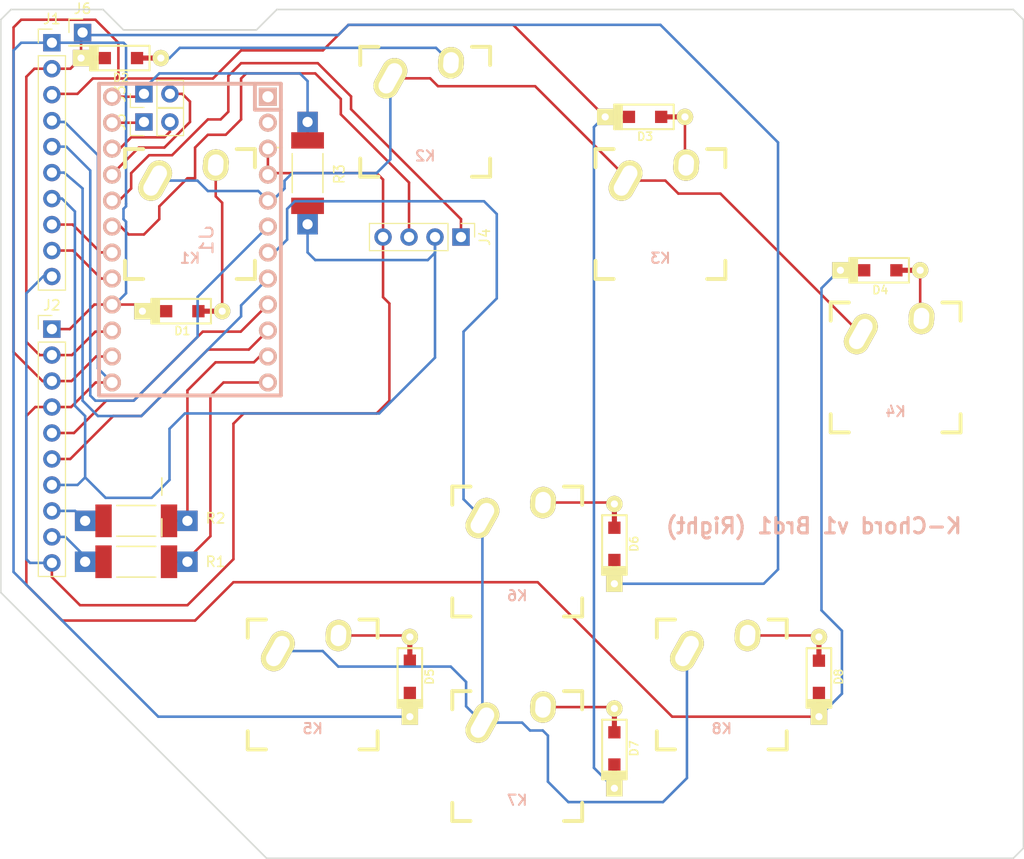
<source format=kicad_pcb>
(kicad_pcb (version 20171130) (host pcbnew "(5.1.2)-2")

  (general
    (thickness 1.6)
    (drawings 13)
    (tracks 311)
    (zones 0)
    (modules 32)
    (nets 35)
  )

  (page A4)
  (layers
    (0 F.Cu signal)
    (31 B.Cu signal)
    (32 B.Adhes user)
    (33 F.Adhes user)
    (34 B.Paste user)
    (35 F.Paste user)
    (36 B.SilkS user)
    (37 F.SilkS user)
    (38 B.Mask user)
    (39 F.Mask user)
    (40 Dwgs.User user)
    (41 Cmts.User user)
    (42 Eco1.User user)
    (43 Eco2.User user)
    (44 Edge.Cuts user)
    (45 Margin user)
    (46 B.CrtYd user)
    (47 F.CrtYd user)
    (48 B.Fab user)
    (49 F.Fab user)
  )

  (setup
    (last_trace_width 0.25)
    (trace_clearance 0.2)
    (zone_clearance 0.508)
    (zone_45_only no)
    (trace_min 0.2)
    (via_size 0.6)
    (via_drill 0.4)
    (via_min_size 0.4)
    (via_min_drill 0.3)
    (uvia_size 0.3)
    (uvia_drill 0.1)
    (uvias_allowed no)
    (uvia_min_size 0.2)
    (uvia_min_drill 0.1)
    (edge_width 0.15)
    (segment_width 0.2)
    (pcb_text_width 0.3)
    (pcb_text_size 1.5 1.5)
    (mod_edge_width 0.15)
    (mod_text_size 1 1)
    (mod_text_width 0.15)
    (pad_size 1.524 1.524)
    (pad_drill 0.762)
    (pad_to_mask_clearance 0.2)
    (aux_axis_origin 0 0)
    (visible_elements 7FFFFFFF)
    (pcbplotparams
      (layerselection 0x010f0_ffffffff)
      (usegerberextensions false)
      (usegerberattributes false)
      (usegerberadvancedattributes false)
      (creategerberjobfile false)
      (excludeedgelayer true)
      (linewidth 0.100000)
      (plotframeref false)
      (viasonmask false)
      (mode 1)
      (useauxorigin false)
      (hpglpennumber 1)
      (hpglpenspeed 20)
      (hpglpendiameter 15.000000)
      (psnegative false)
      (psa4output false)
      (plotreference true)
      (plotvalue true)
      (plotinvisibletext false)
      (padsonsilk false)
      (subtractmaskfromsilk false)
      (outputformat 1)
      (mirror false)
      (drillshape 0)
      (scaleselection 1)
      (outputdirectory ""))
  )

  (net 0 "")
  (net 1 "Net-(U1-Pad1)")
  (net 2 "Net-(U1-Pad2)")
  (net 3 "Net-(D1-Pad2)")
  (net 4 "Net-(D1-Pad1)")
  (net 5 "Net-(D2-Pad2)")
  (net 6 "Net-(D2-Pad1)")
  (net 7 "Net-(D3-Pad2)")
  (net 8 "Net-(D3-Pad1)")
  (net 9 "Net-(D4-Pad2)")
  (net 10 "Net-(D4-Pad1)")
  (net 11 "Net-(D5-Pad2)")
  (net 12 "Net-(D6-Pad2)")
  (net 13 "Net-(D7-Pad2)")
  (net 14 "Net-(D8-Pad2)")
  (net 15 "Net-(J1-Pad5)")
  (net 16 "Net-(J1-Pad6)")
  (net 17 "Net-(J1-Pad7)")
  (net 18 "Net-(J1-Pad8)")
  (net 19 "Net-(J1-Pad9)")
  (net 20 "Net-(J1-Pad10)")
  (net 21 "Net-(J2-Pad5)")
  (net 22 "Net-(J2-Pad6)")
  (net 23 "Net-(J2-Pad8)")
  (net 24 "Net-(J2-Pad9)")
  (net 25 "Net-(J3-Pad1)")
  (net 26 "Net-(J3-Pad2)")
  (net 27 "Net-(J4-Pad1)")
  (net 28 "Net-(J4-Pad3)")
  (net 29 "Net-(J5-Pad2)")
  (net 30 "Net-(K1-Pad1)")
  (net 31 "Net-(K5-Pad1)")
  (net 32 "Net-(R1-Pad1)")
  (net 33 "Net-(R2-Pad1)")
  (net 34 "Net-(J5-Pad1)")

  (net_class Default "This is the default net class."
    (clearance 0.2)
    (trace_width 0.25)
    (via_dia 0.6)
    (via_drill 0.4)
    (uvia_dia 0.3)
    (uvia_drill 0.1)
    (add_net "Net-(D1-Pad1)")
    (add_net "Net-(D1-Pad2)")
    (add_net "Net-(D2-Pad1)")
    (add_net "Net-(D2-Pad2)")
    (add_net "Net-(D3-Pad1)")
    (add_net "Net-(D3-Pad2)")
    (add_net "Net-(D4-Pad1)")
    (add_net "Net-(D4-Pad2)")
    (add_net "Net-(D5-Pad2)")
    (add_net "Net-(D6-Pad2)")
    (add_net "Net-(D7-Pad2)")
    (add_net "Net-(D8-Pad2)")
    (add_net "Net-(J1-Pad10)")
    (add_net "Net-(J1-Pad5)")
    (add_net "Net-(J1-Pad6)")
    (add_net "Net-(J1-Pad7)")
    (add_net "Net-(J1-Pad8)")
    (add_net "Net-(J1-Pad9)")
    (add_net "Net-(J2-Pad5)")
    (add_net "Net-(J2-Pad6)")
    (add_net "Net-(J2-Pad8)")
    (add_net "Net-(J2-Pad9)")
    (add_net "Net-(J3-Pad1)")
    (add_net "Net-(J3-Pad2)")
    (add_net "Net-(J4-Pad1)")
    (add_net "Net-(J4-Pad3)")
    (add_net "Net-(J5-Pad1)")
    (add_net "Net-(J5-Pad2)")
    (add_net "Net-(K1-Pad1)")
    (add_net "Net-(K5-Pad1)")
    (add_net "Net-(R1-Pad1)")
    (add_net "Net-(R2-Pad1)")
    (add_net "Net-(U1-Pad1)")
    (add_net "Net-(U1-Pad2)")
  )

  (module Mounting_Holes:MountingHole_3.2mm_M3 (layer F.Cu) (tedit 5A2B5374) (tstamp 5A2B64F6)
    (at 127.5 109.25)
    (descr "Mounting Hole 3.2mm, no annular, M3")
    (tags "mounting hole 3.2mm no annular m3")
    (attr virtual)
    (fp_text reference "" (at 0 -4.2) (layer F.SilkS)
      (effects (font (size 1 1) (thickness 0.15)))
    )
    (fp_text value 3.2mm (at 5.75 2.75) (layer F.Fab)
      (effects (font (size 1 1) (thickness 0.15)))
    )
    (fp_text user %R (at 0.3 0) (layer F.Fab)
      (effects (font (size 1 1) (thickness 0.15)))
    )
    (fp_circle (center 0 0) (end 3.2 0) (layer Cmts.User) (width 0.15))
    (fp_circle (center 0 0) (end 3.45 0) (layer F.CrtYd) (width 0.05))
    (pad 1 np_thru_hole circle (at 0 0) (size 3.2 3.2) (drill 3.2) (layers *.Cu *.Mask))
  )

  (module Mounting_Holes:MountingHole_3.2mm_M3 (layer F.Cu) (tedit 5A2A6D64) (tstamp 5A2B639B)
    (at 112.5 73.5)
    (descr "Mounting Hole 3.2mm, no annular, M3")
    (tags "mounting hole 3.2mm no annular m3")
    (attr virtual)
    (fp_text reference "" (at 0 -4.2) (layer F.SilkS)
      (effects (font (size 1 1) (thickness 0.15)))
    )
    (fp_text value 3.2mm (at 0 4.2) (layer F.Fab)
      (effects (font (size 1 1) (thickness 0.15)))
    )
    (fp_text user %R (at 0.3 0) (layer F.Fab)
      (effects (font (size 1 1) (thickness 0.15)))
    )
    (fp_circle (center 0 0) (end 3.2 0) (layer Cmts.User) (width 0.15))
    (fp_circle (center 0 0) (end 3.45 0) (layer F.CrtYd) (width 0.05))
    (pad 1 np_thru_hole circle (at 0 0) (size 3.2 3.2) (drill 3.2) (layers *.Cu *.Mask))
  )

  (module Mounting_Holes:MountingHole_3.2mm_M3 (layer F.Cu) (tedit 5A2B5384) (tstamp 5A2B456C)
    (at 196.25 109.25)
    (descr "Mounting Hole 3.2mm, no annular, M3")
    (tags "mounting hole 3.2mm no annular m3")
    (attr virtual)
    (fp_text reference "" (at 0 -4.2) (layer F.SilkS)
      (effects (font (size 1 1) (thickness 0.15)))
    )
    (fp_text value 3.2mm (at -4.75 -3.25) (layer F.Fab)
      (effects (font (size 1 1) (thickness 0.15)))
    )
    (fp_text user %R (at 0.3 0) (layer F.Fab)
      (effects (font (size 1 1) (thickness 0.15)))
    )
    (fp_circle (center 0 0) (end 3.2 0) (layer Cmts.User) (width 0.15))
    (fp_circle (center 0 0) (end 3.45 0) (layer F.CrtYd) (width 0.05))
    (pad 1 np_thru_hole circle (at 0 0) (size 3.2 3.2) (drill 3.2) (layers *.Cu *.Mask))
  )

  (module keebs:Pro_Micro (layer B.Cu) (tedit 57FFD4EF) (tstamp 5A29D8F9)
    (at 118.5 52.5 270)
    (path /5A29D7A6)
    (fp_text reference U1 (at 0 -1.625 270) (layer B.SilkS)
      (effects (font (size 1.27 1.524) (thickness 0.2032)) (justify mirror))
    )
    (fp_text value TEENSY2.0 (at 0 0 270) (layer B.SilkS) hide
      (effects (font (size 1.27 1.524) (thickness 0.2032)) (justify mirror))
    )
    (fp_line (start -15.24 8.89) (end -15.24 -8.89) (layer B.SilkS) (width 0.381))
    (fp_line (start -15.24 -8.89) (end 15.24 -8.89) (layer B.SilkS) (width 0.381))
    (fp_line (start 15.24 -8.89) (end 15.24 8.89) (layer B.SilkS) (width 0.381))
    (fp_line (start 15.24 8.89) (end -15.24 8.89) (layer B.SilkS) (width 0.381))
    (fp_line (start -15.24 -6.35) (end -12.7 -6.35) (layer B.SilkS) (width 0.381))
    (fp_line (start -12.7 -6.35) (end -12.7 -8.89) (layer B.SilkS) (width 0.381))
    (pad 1 thru_hole rect (at -13.97 -7.62 270) (size 1.7526 1.7526) (drill 1.0922) (layers *.Cu *.SilkS *.Mask)
      (net 1 "Net-(U1-Pad1)"))
    (pad 2 thru_hole circle (at -11.43 -7.62 270) (size 1.7526 1.7526) (drill 1.0922) (layers *.Cu *.SilkS *.Mask)
      (net 2 "Net-(U1-Pad2)"))
    (pad 3 thru_hole circle (at -8.89 -7.62 270) (size 1.7526 1.7526) (drill 1.0922) (layers *.Cu *.SilkS *.Mask)
      (net 20 "Net-(J1-Pad10)"))
    (pad 4 thru_hole circle (at -6.35 -7.62 270) (size 1.7526 1.7526) (drill 1.0922) (layers *.Cu *.SilkS *.Mask)
      (net 20 "Net-(J1-Pad10)"))
    (pad 5 thru_hole circle (at -3.81 -7.62 270) (size 1.7526 1.7526) (drill 1.0922) (layers *.Cu *.SilkS *.Mask)
      (net 30 "Net-(K1-Pad1)"))
    (pad 6 thru_hole circle (at -1.27 -7.62 270) (size 1.7526 1.7526) (drill 1.0922) (layers *.Cu *.SilkS *.Mask)
      (net 15 "Net-(J1-Pad5)"))
    (pad 7 thru_hole circle (at 1.27 -7.62 270) (size 1.7526 1.7526) (drill 1.0922) (layers *.Cu *.SilkS *.Mask)
      (net 31 "Net-(K5-Pad1)"))
    (pad 8 thru_hole circle (at 3.81 -7.62 270) (size 1.7526 1.7526) (drill 1.0922) (layers *.Cu *.SilkS *.Mask)
      (net 16 "Net-(J1-Pad6)"))
    (pad 9 thru_hole circle (at 6.35 -7.62 270) (size 1.7526 1.7526) (drill 1.0922) (layers *.Cu *.SilkS *.Mask)
      (net 21 "Net-(J2-Pad5)"))
    (pad 10 thru_hole circle (at 8.89 -7.62 270) (size 1.7526 1.7526) (drill 1.0922) (layers *.Cu *.SilkS *.Mask)
      (net 22 "Net-(J2-Pad6)"))
    (pad 11 thru_hole circle (at 11.43 -7.62 270) (size 1.7526 1.7526) (drill 1.0922) (layers *.Cu *.SilkS *.Mask)
      (net 33 "Net-(R2-Pad1)"))
    (pad 12 thru_hole circle (at 13.97 -7.62 270) (size 1.7526 1.7526) (drill 1.0922) (layers *.Cu *.SilkS *.Mask)
      (net 32 "Net-(R1-Pad1)"))
    (pad 24 thru_hole circle (at 13.97 7.62 270) (size 1.7526 1.7526) (drill 1.0922) (layers *.Cu *.SilkS *.Mask)
      (net 10 "Net-(D4-Pad1)"))
    (pad 23 thru_hole circle (at 11.43 7.62 270) (size 1.7526 1.7526) (drill 1.0922) (layers *.Cu *.SilkS *.Mask)
      (net 8 "Net-(D3-Pad1)"))
    (pad 22 thru_hole circle (at 8.89 7.62 270) (size 1.7526 1.7526) (drill 1.0922) (layers *.Cu *.SilkS *.Mask)
      (net 6 "Net-(D2-Pad1)"))
    (pad 21 thru_hole circle (at 6.35 7.62 270) (size 1.7526 1.7526) (drill 1.0922) (layers *.Cu *.SilkS *.Mask)
      (net 4 "Net-(D1-Pad1)"))
    (pad 20 thru_hole circle (at 3.81 7.62 270) (size 1.7526 1.7526) (drill 1.0922) (layers *.Cu *.SilkS *.Mask)
      (net 19 "Net-(J1-Pad9)"))
    (pad 19 thru_hole circle (at 1.27 7.62 270) (size 1.7526 1.7526) (drill 1.0922) (layers *.Cu *.SilkS *.Mask)
      (net 18 "Net-(J1-Pad8)"))
    (pad 18 thru_hole circle (at -1.27 7.62 270) (size 1.7526 1.7526) (drill 1.0922) (layers *.Cu *.SilkS *.Mask)
      (net 28 "Net-(J4-Pad3)"))
    (pad 17 thru_hole circle (at -3.81 7.62 270) (size 1.7526 1.7526) (drill 1.0922) (layers *.Cu *.SilkS *.Mask)
      (net 27 "Net-(J4-Pad1)"))
    (pad 16 thru_hole circle (at -6.35 7.62 270) (size 1.7526 1.7526) (drill 1.0922) (layers *.Cu *.SilkS *.Mask)
      (net 26 "Net-(J3-Pad2)"))
    (pad 15 thru_hole circle (at -8.89 7.62 270) (size 1.7526 1.7526) (drill 1.0922) (layers *.Cu *.SilkS *.Mask)
      (net 29 "Net-(J5-Pad2)"))
    (pad 14 thru_hole circle (at -11.43 7.62 270) (size 1.7526 1.7526) (drill 1.0922) (layers *.Cu *.SilkS *.Mask)
      (net 34 "Net-(J5-Pad1)"))
    (pad 13 thru_hole circle (at -13.97 7.62 270) (size 1.7526 1.7526) (drill 1.0922) (layers *.Cu *.SilkS *.Mask)
      (net 25 "Net-(J3-Pad1)"))
  )

  (module keyboard_parts:D_SOD123_axial (layer F.Cu) (tedit 561B6A12) (tstamp 5A29DB76)
    (at 117.75 59.5)
    (path /5A29D981)
    (attr smd)
    (fp_text reference D1 (at 0 1.925) (layer F.SilkS)
      (effects (font (size 0.8 0.8) (thickness 0.15)))
    )
    (fp_text value D (at 0 -1.925) (layer F.SilkS) hide
      (effects (font (size 0.8 0.8) (thickness 0.15)))
    )
    (fp_line (start -2.275 -1.2) (end -2.275 1.2) (layer F.SilkS) (width 0.2))
    (fp_line (start -2.45 -1.2) (end -2.45 1.2) (layer F.SilkS) (width 0.2))
    (fp_line (start -2.625 -1.2) (end -2.625 1.2) (layer F.SilkS) (width 0.2))
    (fp_line (start -3.025 1.2) (end -3.025 -1.2) (layer F.SilkS) (width 0.2))
    (fp_line (start -2.8 -1.2) (end -2.8 1.2) (layer F.SilkS) (width 0.2))
    (fp_line (start -2.925 -1.2) (end -2.925 1.2) (layer F.SilkS) (width 0.2))
    (fp_line (start -3 -1.2) (end 2.8 -1.2) (layer F.SilkS) (width 0.2))
    (fp_line (start 2.8 -1.2) (end 2.8 1.2) (layer F.SilkS) (width 0.2))
    (fp_line (start 2.8 1.2) (end -3 1.2) (layer F.SilkS) (width 0.2))
    (pad 2 smd rect (at 1.575 0) (size 1.2 1.2) (layers F.Cu F.Paste F.Mask)
      (net 3 "Net-(D1-Pad2)"))
    (pad 1 smd rect (at -1.575 0) (size 1.2 1.2) (layers F.Cu F.Paste F.Mask)
      (net 4 "Net-(D1-Pad1)"))
    (pad 1 thru_hole rect (at -3.9 0) (size 1.6 1.6) (drill 0.7) (layers *.Cu *.Mask F.SilkS)
      (net 4 "Net-(D1-Pad1)"))
    (pad 2 thru_hole circle (at 3.9 0) (size 1.6 1.6) (drill 0.7) (layers *.Cu *.Mask F.SilkS)
      (net 3 "Net-(D1-Pad2)"))
    (pad 1 smd rect (at -2.7 0) (size 2.5 0.5) (layers F.Cu)
      (net 4 "Net-(D1-Pad1)") (solder_mask_margin -999))
    (pad 2 smd rect (at 2.7 0) (size 2.5 0.5) (layers F.Cu)
      (net 3 "Net-(D1-Pad2)") (solder_mask_margin -999))
  )

  (module keyboard_parts:D_SOD123_axial (layer F.Cu) (tedit 561B6A12) (tstamp 5A29DB80)
    (at 111.75 34.75)
    (path /5A29D9AA)
    (attr smd)
    (fp_text reference D2 (at 0 1.925) (layer F.SilkS)
      (effects (font (size 0.8 0.8) (thickness 0.15)))
    )
    (fp_text value D (at 0 -1.925) (layer F.SilkS) hide
      (effects (font (size 0.8 0.8) (thickness 0.15)))
    )
    (fp_line (start -2.275 -1.2) (end -2.275 1.2) (layer F.SilkS) (width 0.2))
    (fp_line (start -2.45 -1.2) (end -2.45 1.2) (layer F.SilkS) (width 0.2))
    (fp_line (start -2.625 -1.2) (end -2.625 1.2) (layer F.SilkS) (width 0.2))
    (fp_line (start -3.025 1.2) (end -3.025 -1.2) (layer F.SilkS) (width 0.2))
    (fp_line (start -2.8 -1.2) (end -2.8 1.2) (layer F.SilkS) (width 0.2))
    (fp_line (start -2.925 -1.2) (end -2.925 1.2) (layer F.SilkS) (width 0.2))
    (fp_line (start -3 -1.2) (end 2.8 -1.2) (layer F.SilkS) (width 0.2))
    (fp_line (start 2.8 -1.2) (end 2.8 1.2) (layer F.SilkS) (width 0.2))
    (fp_line (start 2.8 1.2) (end -3 1.2) (layer F.SilkS) (width 0.2))
    (pad 2 smd rect (at 1.575 0) (size 1.2 1.2) (layers F.Cu F.Paste F.Mask)
      (net 5 "Net-(D2-Pad2)"))
    (pad 1 smd rect (at -1.575 0) (size 1.2 1.2) (layers F.Cu F.Paste F.Mask)
      (net 6 "Net-(D2-Pad1)"))
    (pad 1 thru_hole rect (at -3.9 0) (size 1.6 1.6) (drill 0.7) (layers *.Cu *.Mask F.SilkS)
      (net 6 "Net-(D2-Pad1)"))
    (pad 2 thru_hole circle (at 3.9 0) (size 1.6 1.6) (drill 0.7) (layers *.Cu *.Mask F.SilkS)
      (net 5 "Net-(D2-Pad2)"))
    (pad 1 smd rect (at -2.7 0) (size 2.5 0.5) (layers F.Cu)
      (net 6 "Net-(D2-Pad1)") (solder_mask_margin -999))
    (pad 2 smd rect (at 2.7 0) (size 2.5 0.5) (layers F.Cu)
      (net 5 "Net-(D2-Pad2)") (solder_mask_margin -999))
  )

  (module keyboard_parts:D_SOD123_axial (layer F.Cu) (tedit 561B6A12) (tstamp 5A29DB8A)
    (at 163 40.5)
    (path /5A29D9CB)
    (attr smd)
    (fp_text reference D3 (at 0 1.925) (layer F.SilkS)
      (effects (font (size 0.8 0.8) (thickness 0.15)))
    )
    (fp_text value D (at 0 -1.925) (layer F.SilkS) hide
      (effects (font (size 0.8 0.8) (thickness 0.15)))
    )
    (fp_line (start -2.275 -1.2) (end -2.275 1.2) (layer F.SilkS) (width 0.2))
    (fp_line (start -2.45 -1.2) (end -2.45 1.2) (layer F.SilkS) (width 0.2))
    (fp_line (start -2.625 -1.2) (end -2.625 1.2) (layer F.SilkS) (width 0.2))
    (fp_line (start -3.025 1.2) (end -3.025 -1.2) (layer F.SilkS) (width 0.2))
    (fp_line (start -2.8 -1.2) (end -2.8 1.2) (layer F.SilkS) (width 0.2))
    (fp_line (start -2.925 -1.2) (end -2.925 1.2) (layer F.SilkS) (width 0.2))
    (fp_line (start -3 -1.2) (end 2.8 -1.2) (layer F.SilkS) (width 0.2))
    (fp_line (start 2.8 -1.2) (end 2.8 1.2) (layer F.SilkS) (width 0.2))
    (fp_line (start 2.8 1.2) (end -3 1.2) (layer F.SilkS) (width 0.2))
    (pad 2 smd rect (at 1.575 0) (size 1.2 1.2) (layers F.Cu F.Paste F.Mask)
      (net 7 "Net-(D3-Pad2)"))
    (pad 1 smd rect (at -1.575 0) (size 1.2 1.2) (layers F.Cu F.Paste F.Mask)
      (net 8 "Net-(D3-Pad1)"))
    (pad 1 thru_hole rect (at -3.9 0) (size 1.6 1.6) (drill 0.7) (layers *.Cu *.Mask F.SilkS)
      (net 8 "Net-(D3-Pad1)"))
    (pad 2 thru_hole circle (at 3.9 0) (size 1.6 1.6) (drill 0.7) (layers *.Cu *.Mask F.SilkS)
      (net 7 "Net-(D3-Pad2)"))
    (pad 1 smd rect (at -2.7 0) (size 2.5 0.5) (layers F.Cu)
      (net 8 "Net-(D3-Pad1)") (solder_mask_margin -999))
    (pad 2 smd rect (at 2.7 0) (size 2.5 0.5) (layers F.Cu)
      (net 7 "Net-(D3-Pad2)") (solder_mask_margin -999))
  )

  (module keyboard_parts:D_SOD123_axial (layer F.Cu) (tedit 561B6A12) (tstamp 5A29DB94)
    (at 186 55.5)
    (path /5A29DA06)
    (attr smd)
    (fp_text reference D4 (at 0 1.925) (layer F.SilkS)
      (effects (font (size 0.8 0.8) (thickness 0.15)))
    )
    (fp_text value D (at 0 -1.925) (layer F.SilkS) hide
      (effects (font (size 0.8 0.8) (thickness 0.15)))
    )
    (fp_line (start -2.275 -1.2) (end -2.275 1.2) (layer F.SilkS) (width 0.2))
    (fp_line (start -2.45 -1.2) (end -2.45 1.2) (layer F.SilkS) (width 0.2))
    (fp_line (start -2.625 -1.2) (end -2.625 1.2) (layer F.SilkS) (width 0.2))
    (fp_line (start -3.025 1.2) (end -3.025 -1.2) (layer F.SilkS) (width 0.2))
    (fp_line (start -2.8 -1.2) (end -2.8 1.2) (layer F.SilkS) (width 0.2))
    (fp_line (start -2.925 -1.2) (end -2.925 1.2) (layer F.SilkS) (width 0.2))
    (fp_line (start -3 -1.2) (end 2.8 -1.2) (layer F.SilkS) (width 0.2))
    (fp_line (start 2.8 -1.2) (end 2.8 1.2) (layer F.SilkS) (width 0.2))
    (fp_line (start 2.8 1.2) (end -3 1.2) (layer F.SilkS) (width 0.2))
    (pad 2 smd rect (at 1.575 0) (size 1.2 1.2) (layers F.Cu F.Paste F.Mask)
      (net 9 "Net-(D4-Pad2)"))
    (pad 1 smd rect (at -1.575 0) (size 1.2 1.2) (layers F.Cu F.Paste F.Mask)
      (net 10 "Net-(D4-Pad1)"))
    (pad 1 thru_hole rect (at -3.9 0) (size 1.6 1.6) (drill 0.7) (layers *.Cu *.Mask F.SilkS)
      (net 10 "Net-(D4-Pad1)"))
    (pad 2 thru_hole circle (at 3.9 0) (size 1.6 1.6) (drill 0.7) (layers *.Cu *.Mask F.SilkS)
      (net 9 "Net-(D4-Pad2)"))
    (pad 1 smd rect (at -2.7 0) (size 2.5 0.5) (layers F.Cu)
      (net 10 "Net-(D4-Pad1)") (solder_mask_margin -999))
    (pad 2 smd rect (at 2.7 0) (size 2.5 0.5) (layers F.Cu)
      (net 9 "Net-(D4-Pad2)") (solder_mask_margin -999))
  )

  (module keyboard_parts:D_SOD123_axial (layer F.Cu) (tedit 561B6A12) (tstamp 5A29F38B)
    (at 140 95.25 90)
    (path /5A29DF3E)
    (attr smd)
    (fp_text reference D5 (at 0 1.925 90) (layer F.SilkS)
      (effects (font (size 0.8 0.8) (thickness 0.15)))
    )
    (fp_text value D (at 0 -1.925 90) (layer F.SilkS) hide
      (effects (font (size 0.8 0.8) (thickness 0.15)))
    )
    (fp_line (start -2.275 -1.2) (end -2.275 1.2) (layer F.SilkS) (width 0.2))
    (fp_line (start -2.45 -1.2) (end -2.45 1.2) (layer F.SilkS) (width 0.2))
    (fp_line (start -2.625 -1.2) (end -2.625 1.2) (layer F.SilkS) (width 0.2))
    (fp_line (start -3.025 1.2) (end -3.025 -1.2) (layer F.SilkS) (width 0.2))
    (fp_line (start -2.8 -1.2) (end -2.8 1.2) (layer F.SilkS) (width 0.2))
    (fp_line (start -2.925 -1.2) (end -2.925 1.2) (layer F.SilkS) (width 0.2))
    (fp_line (start -3 -1.2) (end 2.8 -1.2) (layer F.SilkS) (width 0.2))
    (fp_line (start 2.8 -1.2) (end 2.8 1.2) (layer F.SilkS) (width 0.2))
    (fp_line (start 2.8 1.2) (end -3 1.2) (layer F.SilkS) (width 0.2))
    (pad 2 smd rect (at 1.575 0 90) (size 1.2 1.2) (layers F.Cu F.Paste F.Mask)
      (net 11 "Net-(D5-Pad2)"))
    (pad 1 smd rect (at -1.575 0 90) (size 1.2 1.2) (layers F.Cu F.Paste F.Mask)
      (net 4 "Net-(D1-Pad1)"))
    (pad 1 thru_hole rect (at -3.9 0 90) (size 1.6 1.6) (drill 0.7) (layers *.Cu *.Mask F.SilkS)
      (net 4 "Net-(D1-Pad1)"))
    (pad 2 thru_hole circle (at 3.9 0 90) (size 1.6 1.6) (drill 0.7) (layers *.Cu *.Mask F.SilkS)
      (net 11 "Net-(D5-Pad2)"))
    (pad 1 smd rect (at -2.7 0 90) (size 2.5 0.5) (layers F.Cu)
      (net 4 "Net-(D1-Pad1)") (solder_mask_margin -999))
    (pad 2 smd rect (at 2.7 0 90) (size 2.5 0.5) (layers F.Cu)
      (net 11 "Net-(D5-Pad2)") (solder_mask_margin -999))
  )

  (module keyboard_parts:D_SOD123_axial (layer F.Cu) (tedit 561B6A12) (tstamp 5A29F395)
    (at 160 82.25 90)
    (path /5A29DF5F)
    (attr smd)
    (fp_text reference D6 (at 0 1.925 90) (layer F.SilkS)
      (effects (font (size 0.8 0.8) (thickness 0.15)))
    )
    (fp_text value D (at 0 -1.925 90) (layer F.SilkS) hide
      (effects (font (size 0.8 0.8) (thickness 0.15)))
    )
    (fp_line (start -2.275 -1.2) (end -2.275 1.2) (layer F.SilkS) (width 0.2))
    (fp_line (start -2.45 -1.2) (end -2.45 1.2) (layer F.SilkS) (width 0.2))
    (fp_line (start -2.625 -1.2) (end -2.625 1.2) (layer F.SilkS) (width 0.2))
    (fp_line (start -3.025 1.2) (end -3.025 -1.2) (layer F.SilkS) (width 0.2))
    (fp_line (start -2.8 -1.2) (end -2.8 1.2) (layer F.SilkS) (width 0.2))
    (fp_line (start -2.925 -1.2) (end -2.925 1.2) (layer F.SilkS) (width 0.2))
    (fp_line (start -3 -1.2) (end 2.8 -1.2) (layer F.SilkS) (width 0.2))
    (fp_line (start 2.8 -1.2) (end 2.8 1.2) (layer F.SilkS) (width 0.2))
    (fp_line (start 2.8 1.2) (end -3 1.2) (layer F.SilkS) (width 0.2))
    (pad 2 smd rect (at 1.575 0 90) (size 1.2 1.2) (layers F.Cu F.Paste F.Mask)
      (net 12 "Net-(D6-Pad2)"))
    (pad 1 smd rect (at -1.575 0 90) (size 1.2 1.2) (layers F.Cu F.Paste F.Mask)
      (net 6 "Net-(D2-Pad1)"))
    (pad 1 thru_hole rect (at -3.9 0 90) (size 1.6 1.6) (drill 0.7) (layers *.Cu *.Mask F.SilkS)
      (net 6 "Net-(D2-Pad1)"))
    (pad 2 thru_hole circle (at 3.9 0 90) (size 1.6 1.6) (drill 0.7) (layers *.Cu *.Mask F.SilkS)
      (net 12 "Net-(D6-Pad2)"))
    (pad 1 smd rect (at -2.7 0 90) (size 2.5 0.5) (layers F.Cu)
      (net 6 "Net-(D2-Pad1)") (solder_mask_margin -999))
    (pad 2 smd rect (at 2.7 0 90) (size 2.5 0.5) (layers F.Cu)
      (net 12 "Net-(D6-Pad2)") (solder_mask_margin -999))
  )

  (module keyboard_parts:D_SOD123_axial (layer F.Cu) (tedit 561B6A12) (tstamp 5A29F39F)
    (at 160 102.25 90)
    (path /5A29DF90)
    (attr smd)
    (fp_text reference D7 (at 0 1.925 90) (layer F.SilkS)
      (effects (font (size 0.8 0.8) (thickness 0.15)))
    )
    (fp_text value D (at 0 -1.925 90) (layer F.SilkS) hide
      (effects (font (size 0.8 0.8) (thickness 0.15)))
    )
    (fp_line (start -2.275 -1.2) (end -2.275 1.2) (layer F.SilkS) (width 0.2))
    (fp_line (start -2.45 -1.2) (end -2.45 1.2) (layer F.SilkS) (width 0.2))
    (fp_line (start -2.625 -1.2) (end -2.625 1.2) (layer F.SilkS) (width 0.2))
    (fp_line (start -3.025 1.2) (end -3.025 -1.2) (layer F.SilkS) (width 0.2))
    (fp_line (start -2.8 -1.2) (end -2.8 1.2) (layer F.SilkS) (width 0.2))
    (fp_line (start -2.925 -1.2) (end -2.925 1.2) (layer F.SilkS) (width 0.2))
    (fp_line (start -3 -1.2) (end 2.8 -1.2) (layer F.SilkS) (width 0.2))
    (fp_line (start 2.8 -1.2) (end 2.8 1.2) (layer F.SilkS) (width 0.2))
    (fp_line (start 2.8 1.2) (end -3 1.2) (layer F.SilkS) (width 0.2))
    (pad 2 smd rect (at 1.575 0 90) (size 1.2 1.2) (layers F.Cu F.Paste F.Mask)
      (net 13 "Net-(D7-Pad2)"))
    (pad 1 smd rect (at -1.575 0 90) (size 1.2 1.2) (layers F.Cu F.Paste F.Mask)
      (net 8 "Net-(D3-Pad1)"))
    (pad 1 thru_hole rect (at -3.9 0 90) (size 1.6 1.6) (drill 0.7) (layers *.Cu *.Mask F.SilkS)
      (net 8 "Net-(D3-Pad1)"))
    (pad 2 thru_hole circle (at 3.9 0 90) (size 1.6 1.6) (drill 0.7) (layers *.Cu *.Mask F.SilkS)
      (net 13 "Net-(D7-Pad2)"))
    (pad 1 smd rect (at -2.7 0 90) (size 2.5 0.5) (layers F.Cu)
      (net 8 "Net-(D3-Pad1)") (solder_mask_margin -999))
    (pad 2 smd rect (at 2.7 0 90) (size 2.5 0.5) (layers F.Cu)
      (net 13 "Net-(D7-Pad2)") (solder_mask_margin -999))
  )

  (module keyboard_parts:D_SOD123_axial (layer F.Cu) (tedit 561B6A12) (tstamp 5A29F3A9)
    (at 180 95.25 90)
    (path /5A29DFBF)
    (attr smd)
    (fp_text reference D8 (at 0 1.925 90) (layer F.SilkS)
      (effects (font (size 0.8 0.8) (thickness 0.15)))
    )
    (fp_text value D (at 0 -1.925 90) (layer F.SilkS) hide
      (effects (font (size 0.8 0.8) (thickness 0.15)))
    )
    (fp_line (start -2.275 -1.2) (end -2.275 1.2) (layer F.SilkS) (width 0.2))
    (fp_line (start -2.45 -1.2) (end -2.45 1.2) (layer F.SilkS) (width 0.2))
    (fp_line (start -2.625 -1.2) (end -2.625 1.2) (layer F.SilkS) (width 0.2))
    (fp_line (start -3.025 1.2) (end -3.025 -1.2) (layer F.SilkS) (width 0.2))
    (fp_line (start -2.8 -1.2) (end -2.8 1.2) (layer F.SilkS) (width 0.2))
    (fp_line (start -2.925 -1.2) (end -2.925 1.2) (layer F.SilkS) (width 0.2))
    (fp_line (start -3 -1.2) (end 2.8 -1.2) (layer F.SilkS) (width 0.2))
    (fp_line (start 2.8 -1.2) (end 2.8 1.2) (layer F.SilkS) (width 0.2))
    (fp_line (start 2.8 1.2) (end -3 1.2) (layer F.SilkS) (width 0.2))
    (pad 2 smd rect (at 1.575 0 90) (size 1.2 1.2) (layers F.Cu F.Paste F.Mask)
      (net 14 "Net-(D8-Pad2)"))
    (pad 1 smd rect (at -1.575 0 90) (size 1.2 1.2) (layers F.Cu F.Paste F.Mask)
      (net 10 "Net-(D4-Pad1)"))
    (pad 1 thru_hole rect (at -3.9 0 90) (size 1.6 1.6) (drill 0.7) (layers *.Cu *.Mask F.SilkS)
      (net 10 "Net-(D4-Pad1)"))
    (pad 2 thru_hole circle (at 3.9 0 90) (size 1.6 1.6) (drill 0.7) (layers *.Cu *.Mask F.SilkS)
      (net 14 "Net-(D8-Pad2)"))
    (pad 1 smd rect (at -2.7 0 90) (size 2.5 0.5) (layers F.Cu)
      (net 10 "Net-(D4-Pad1)") (solder_mask_margin -999))
    (pad 2 smd rect (at 2.7 0 90) (size 2.5 0.5) (layers F.Cu)
      (net 14 "Net-(D8-Pad2)") (solder_mask_margin -999))
  )

  (module Pin_Headers:Pin_Header_Straight_1x02_Pitch2.54mm (layer F.Cu) (tedit 5A2B6C3F) (tstamp 5A29F3CB)
    (at 114 38.25 90)
    (descr "Through hole straight pin header, 1x02, 2.54mm pitch, single row")
    (tags "Through hole pin header THT 1x02 2.54mm single row")
    (path /5A2A0676)
    (fp_text reference J3 (at 0 -2.33 90) (layer F.SilkS)
      (effects (font (size 1 1) (thickness 0.15)))
    )
    (fp_text value Power (at 0 6.5 180) (layer F.Fab)
      (effects (font (size 1 1) (thickness 0.15)))
    )
    (fp_line (start -0.635 -1.27) (end 1.27 -1.27) (layer F.Fab) (width 0.1))
    (fp_line (start 1.27 -1.27) (end 1.27 3.81) (layer F.Fab) (width 0.1))
    (fp_line (start 1.27 3.81) (end -1.27 3.81) (layer F.Fab) (width 0.1))
    (fp_line (start -1.27 3.81) (end -1.27 -0.635) (layer F.Fab) (width 0.1))
    (fp_line (start -1.27 -0.635) (end -0.635 -1.27) (layer F.Fab) (width 0.1))
    (fp_line (start -1.33 3.87) (end 1.33 3.87) (layer F.SilkS) (width 0.12))
    (fp_line (start -1.33 1.27) (end -1.33 3.87) (layer F.SilkS) (width 0.12))
    (fp_line (start 1.33 1.27) (end 1.33 3.87) (layer F.SilkS) (width 0.12))
    (fp_line (start -1.33 1.27) (end 1.33 1.27) (layer F.SilkS) (width 0.12))
    (fp_line (start -1.33 0) (end -1.33 -1.33) (layer F.SilkS) (width 0.12))
    (fp_line (start -1.33 -1.33) (end 0 -1.33) (layer F.SilkS) (width 0.12))
    (fp_line (start -1.8 -1.8) (end -1.8 4.35) (layer F.CrtYd) (width 0.05))
    (fp_line (start -1.8 4.35) (end 1.8 4.35) (layer F.CrtYd) (width 0.05))
    (fp_line (start 1.8 4.35) (end 1.8 -1.8) (layer F.CrtYd) (width 0.05))
    (fp_line (start 1.8 -1.8) (end -1.8 -1.8) (layer F.CrtYd) (width 0.05))
    (fp_text user %R (at 0 1.27 180) (layer F.Fab)
      (effects (font (size 1 1) (thickness 0.15)))
    )
    (pad 1 thru_hole rect (at 0 0 90) (size 1.7 1.7) (drill 1) (layers *.Cu *.Mask)
      (net 25 "Net-(J3-Pad1)"))
    (pad 2 thru_hole oval (at 0 2.54 90) (size 1.7 1.7) (drill 1) (layers *.Cu *.Mask)
      (net 26 "Net-(J3-Pad2)"))
    (model ${KISYS3DMOD}/Pin_Headers.3dshapes/Pin_Header_Straight_1x02_Pitch2.54mm.wrl
      (at (xyz 0 0 0))
      (scale (xyz 1 1 1))
      (rotate (xyz 0 0 0))
    )
  )

  (module Pin_Headers:Pin_Header_Straight_1x04_Pitch2.54mm (layer F.Cu) (tedit 5A2B77F8) (tstamp 5A29F3D3)
    (at 145 52.25 270)
    (descr "Through hole straight pin header, 1x04, 2.54mm pitch, single row")
    (tags "Through hole pin header THT 1x04 2.54mm single row")
    (path /5A2A093C)
    (fp_text reference J4 (at 0 -2.33 270) (layer F.SilkS)
      (effects (font (size 1 1) (thickness 0.15)))
    )
    (fp_text value "PSP Joystick" (at 3.5 3) (layer F.Fab)
      (effects (font (size 1 1) (thickness 0.15)))
    )
    (fp_line (start -0.635 -1.27) (end 1.27 -1.27) (layer F.Fab) (width 0.1))
    (fp_line (start 1.27 -1.27) (end 1.27 8.89) (layer F.Fab) (width 0.1))
    (fp_line (start 1.27 8.89) (end -1.27 8.89) (layer F.Fab) (width 0.1))
    (fp_line (start -1.27 8.89) (end -1.27 -0.635) (layer F.Fab) (width 0.1))
    (fp_line (start -1.27 -0.635) (end -0.635 -1.27) (layer F.Fab) (width 0.1))
    (fp_line (start -1.33 8.95) (end 1.33 8.95) (layer F.SilkS) (width 0.12))
    (fp_line (start -1.33 1.27) (end -1.33 8.95) (layer F.SilkS) (width 0.12))
    (fp_line (start 1.33 1.27) (end 1.33 8.95) (layer F.SilkS) (width 0.12))
    (fp_line (start -1.33 1.27) (end 1.33 1.27) (layer F.SilkS) (width 0.12))
    (fp_line (start -1.33 0) (end -1.33 -1.33) (layer F.SilkS) (width 0.12))
    (fp_line (start -1.33 -1.33) (end 0 -1.33) (layer F.SilkS) (width 0.12))
    (fp_line (start -1.8 -1.8) (end -1.8 9.4) (layer F.CrtYd) (width 0.05))
    (fp_line (start -1.8 9.4) (end 1.8 9.4) (layer F.CrtYd) (width 0.05))
    (fp_line (start 1.8 9.4) (end 1.8 -1.8) (layer F.CrtYd) (width 0.05))
    (fp_line (start 1.8 -1.8) (end -1.8 -1.8) (layer F.CrtYd) (width 0.05))
    (fp_text user %R (at 0 3.81) (layer F.Fab)
      (effects (font (size 1 1) (thickness 0.15)))
    )
    (pad 1 thru_hole rect (at 0 0 270) (size 1.7 1.7) (drill 1) (layers *.Cu *.Mask)
      (net 27 "Net-(J4-Pad1)"))
    (pad 2 thru_hole oval (at 0 2.54 270) (size 1.7 1.7) (drill 1) (layers *.Cu *.Mask)
      (net 17 "Net-(J1-Pad7)"))
    (pad 3 thru_hole oval (at 0 5.08 270) (size 1.7 1.7) (drill 1) (layers *.Cu *.Mask)
      (net 28 "Net-(J4-Pad3)"))
    (pad 4 thru_hole oval (at 0 7.62 270) (size 1.7 1.7) (drill 1) (layers *.Cu *.Mask)
      (net 20 "Net-(J1-Pad10)"))
    (model ${KISYS3DMOD}/Pin_Headers.3dshapes/Pin_Header_Straight_1x04_Pitch2.54mm.wrl
      (at (xyz 0 0 0))
      (scale (xyz 1 1 1))
      (rotate (xyz 0 0 0))
    )
  )

  (module Pin_Headers:Pin_Header_Straight_1x02_Pitch2.54mm (layer F.Cu) (tedit 5A2B6C50) (tstamp 5A29F3D9)
    (at 114 41 90)
    (descr "Through hole straight pin header, 1x02, 2.54mm pitch, single row")
    (tags "Through hole pin header THT 1x02 2.54mm single row")
    (path /5A2A0ED1)
    (fp_text reference J5 (at 0 -2.33 90) (layer F.SilkS)
      (effects (font (size 1 1) (thickness 0.15)))
    )
    (fp_text value Reset (at 0 6.25 180) (layer F.Fab)
      (effects (font (size 1 1) (thickness 0.15)))
    )
    (fp_line (start -0.635 -1.27) (end 1.27 -1.27) (layer F.Fab) (width 0.1))
    (fp_line (start 1.27 -1.27) (end 1.27 3.81) (layer F.Fab) (width 0.1))
    (fp_line (start 1.27 3.81) (end -1.27 3.81) (layer F.Fab) (width 0.1))
    (fp_line (start -1.27 3.81) (end -1.27 -0.635) (layer F.Fab) (width 0.1))
    (fp_line (start -1.27 -0.635) (end -0.635 -1.27) (layer F.Fab) (width 0.1))
    (fp_line (start -1.33 3.87) (end 1.33 3.87) (layer F.SilkS) (width 0.12))
    (fp_line (start -1.33 1.27) (end -1.33 3.87) (layer F.SilkS) (width 0.12))
    (fp_line (start 1.33 1.27) (end 1.33 3.87) (layer F.SilkS) (width 0.12))
    (fp_line (start -1.33 1.27) (end 1.33 1.27) (layer F.SilkS) (width 0.12))
    (fp_line (start -1.33 0) (end -1.33 -1.33) (layer F.SilkS) (width 0.12))
    (fp_line (start -1.33 -1.33) (end 0 -1.33) (layer F.SilkS) (width 0.12))
    (fp_line (start -1.8 -1.8) (end -1.8 4.35) (layer F.CrtYd) (width 0.05))
    (fp_line (start -1.8 4.35) (end 1.8 4.35) (layer F.CrtYd) (width 0.05))
    (fp_line (start 1.8 4.35) (end 1.8 -1.8) (layer F.CrtYd) (width 0.05))
    (fp_line (start 1.8 -1.8) (end -1.8 -1.8) (layer F.CrtYd) (width 0.05))
    (fp_text user %R (at 0 1.27 180) (layer F.Fab)
      (effects (font (size 1 1) (thickness 0.15)))
    )
    (pad 1 thru_hole rect (at 0 0 90) (size 1.7 1.7) (drill 1) (layers *.Cu *.Mask)
      (net 34 "Net-(J5-Pad1)"))
    (pad 2 thru_hole oval (at 0 2.54 90) (size 1.7 1.7) (drill 1) (layers *.Cu *.Mask)
      (net 29 "Net-(J5-Pad2)"))
    (model ${KISYS3DMOD}/Pin_Headers.3dshapes/Pin_Header_Straight_1x02_Pitch2.54mm.wrl
      (at (xyz 0 0 0))
      (scale (xyz 1 1 1))
      (rotate (xyz 0 0 0))
    )
  )

  (module keebs:Mx_Alps_100 locked (layer F.Cu) (tedit 58057B75) (tstamp 5A29F3E2)
    (at 118.5 50)
    (descr MXALPS)
    (tags MXALPS)
    (path /5A29E076)
    (fp_text reference K1 (at 0 4.318) (layer B.SilkS)
      (effects (font (size 1 1) (thickness 0.2)) (justify mirror))
    )
    (fp_text value KEYSW (at 5.334 10.922) (layer B.SilkS) hide
      (effects (font (size 1.524 1.524) (thickness 0.3048)) (justify mirror))
    )
    (fp_line (start -6.35 -6.35) (end 6.35 -6.35) (layer Cmts.User) (width 0.1524))
    (fp_line (start 6.35 -6.35) (end 6.35 6.35) (layer Cmts.User) (width 0.1524))
    (fp_line (start 6.35 6.35) (end -6.35 6.35) (layer Cmts.User) (width 0.1524))
    (fp_line (start -6.35 6.35) (end -6.35 -6.35) (layer Cmts.User) (width 0.1524))
    (fp_line (start -9.398 -9.398) (end 9.398 -9.398) (layer Dwgs.User) (width 0.1524))
    (fp_line (start 9.398 -9.398) (end 9.398 9.398) (layer Dwgs.User) (width 0.1524))
    (fp_line (start 9.398 9.398) (end -9.398 9.398) (layer Dwgs.User) (width 0.1524))
    (fp_line (start -9.398 9.398) (end -9.398 -9.398) (layer Dwgs.User) (width 0.1524))
    (fp_line (start -6.35 -6.35) (end -4.572 -6.35) (layer F.SilkS) (width 0.381))
    (fp_line (start 4.572 -6.35) (end 6.35 -6.35) (layer F.SilkS) (width 0.381))
    (fp_line (start 6.35 -6.35) (end 6.35 -4.572) (layer F.SilkS) (width 0.381))
    (fp_line (start 6.35 4.572) (end 6.35 6.35) (layer F.SilkS) (width 0.381))
    (fp_line (start 6.35 6.35) (end 4.572 6.35) (layer F.SilkS) (width 0.381))
    (fp_line (start -4.572 6.35) (end -6.35 6.35) (layer F.SilkS) (width 0.381))
    (fp_line (start -6.35 6.35) (end -6.35 4.572) (layer F.SilkS) (width 0.381))
    (fp_line (start -6.35 -4.572) (end -6.35 -6.35) (layer F.SilkS) (width 0.381))
    (fp_line (start -6.985 -6.985) (end 6.985 -6.985) (layer Eco2.User) (width 0.1524))
    (fp_line (start 6.985 -6.985) (end 6.985 6.985) (layer Eco2.User) (width 0.1524))
    (fp_line (start 6.985 6.985) (end -6.985 6.985) (layer Eco2.User) (width 0.1524))
    (fp_line (start -6.985 6.985) (end -6.985 -6.985) (layer Eco2.User) (width 0.1524))
    (fp_line (start -7.75 6.4) (end -7.75 -6.4) (layer Dwgs.User) (width 0.3))
    (fp_line (start -7.75 6.4) (end 7.75 6.4) (layer Dwgs.User) (width 0.3))
    (fp_line (start 7.75 6.4) (end 7.75 -6.4) (layer Dwgs.User) (width 0.3))
    (fp_line (start 7.75 -6.4) (end -7.75 -6.4) (layer Dwgs.User) (width 0.3))
    (fp_line (start -7.62 -7.62) (end 7.62 -7.62) (layer Dwgs.User) (width 0.3))
    (fp_line (start 7.62 -7.62) (end 7.62 7.62) (layer Dwgs.User) (width 0.3))
    (fp_line (start 7.62 7.62) (end -7.62 7.62) (layer Dwgs.User) (width 0.3))
    (fp_line (start -7.62 7.62) (end -7.62 -7.62) (layer Dwgs.User) (width 0.3))
    (pad HOLE np_thru_hole circle (at 0 0) (size 3.9878 3.9878) (drill 3.9878) (layers *.Cu))
    (pad HOLE np_thru_hole circle (at -5.08 0) (size 1.7018 1.7018) (drill 1.7018) (layers *.Cu))
    (pad HOLE np_thru_hole circle (at 5.08 0) (size 1.7018 1.7018) (drill 1.7018) (layers *.Cu))
    (pad 1 thru_hole oval (at -3.405 -3.27 330.95) (size 2.5 4.17) (drill oval 1.5 3.17) (layers *.Cu *.Mask F.SilkS)
      (net 30 "Net-(K1-Pad1)"))
    (pad 2 thru_hole oval (at 2.52 -4.79 356.1) (size 2.5 3.08) (drill oval 1.5 2.08) (layers *.Cu *.Mask F.SilkS)
      (net 3 "Net-(D1-Pad2)"))
  )

  (module keebs:Mx_Alps_100 locked (layer F.Cu) (tedit 58057B75) (tstamp 5A29F3EB)
    (at 141.5 40)
    (descr MXALPS)
    (tags MXALPS)
    (path /5A29E0B1)
    (fp_text reference K2 (at 0 4.318) (layer B.SilkS)
      (effects (font (size 1 1) (thickness 0.2)) (justify mirror))
    )
    (fp_text value KEYSW (at 5.334 10.922) (layer B.SilkS) hide
      (effects (font (size 1.524 1.524) (thickness 0.3048)) (justify mirror))
    )
    (fp_line (start -6.35 -6.35) (end 6.35 -6.35) (layer Cmts.User) (width 0.1524))
    (fp_line (start 6.35 -6.35) (end 6.35 6.35) (layer Cmts.User) (width 0.1524))
    (fp_line (start 6.35 6.35) (end -6.35 6.35) (layer Cmts.User) (width 0.1524))
    (fp_line (start -6.35 6.35) (end -6.35 -6.35) (layer Cmts.User) (width 0.1524))
    (fp_line (start -9.398 -9.398) (end 9.398 -9.398) (layer Dwgs.User) (width 0.1524))
    (fp_line (start 9.398 -9.398) (end 9.398 9.398) (layer Dwgs.User) (width 0.1524))
    (fp_line (start 9.398 9.398) (end -9.398 9.398) (layer Dwgs.User) (width 0.1524))
    (fp_line (start -9.398 9.398) (end -9.398 -9.398) (layer Dwgs.User) (width 0.1524))
    (fp_line (start -6.35 -6.35) (end -4.572 -6.35) (layer F.SilkS) (width 0.381))
    (fp_line (start 4.572 -6.35) (end 6.35 -6.35) (layer F.SilkS) (width 0.381))
    (fp_line (start 6.35 -6.35) (end 6.35 -4.572) (layer F.SilkS) (width 0.381))
    (fp_line (start 6.35 4.572) (end 6.35 6.35) (layer F.SilkS) (width 0.381))
    (fp_line (start 6.35 6.35) (end 4.572 6.35) (layer F.SilkS) (width 0.381))
    (fp_line (start -4.572 6.35) (end -6.35 6.35) (layer F.SilkS) (width 0.381))
    (fp_line (start -6.35 6.35) (end -6.35 4.572) (layer F.SilkS) (width 0.381))
    (fp_line (start -6.35 -4.572) (end -6.35 -6.35) (layer F.SilkS) (width 0.381))
    (fp_line (start -6.985 -6.985) (end 6.985 -6.985) (layer Eco2.User) (width 0.1524))
    (fp_line (start 6.985 -6.985) (end 6.985 6.985) (layer Eco2.User) (width 0.1524))
    (fp_line (start 6.985 6.985) (end -6.985 6.985) (layer Eco2.User) (width 0.1524))
    (fp_line (start -6.985 6.985) (end -6.985 -6.985) (layer Eco2.User) (width 0.1524))
    (fp_line (start -7.75 6.4) (end -7.75 -6.4) (layer Dwgs.User) (width 0.3))
    (fp_line (start -7.75 6.4) (end 7.75 6.4) (layer Dwgs.User) (width 0.3))
    (fp_line (start 7.75 6.4) (end 7.75 -6.4) (layer Dwgs.User) (width 0.3))
    (fp_line (start 7.75 -6.4) (end -7.75 -6.4) (layer Dwgs.User) (width 0.3))
    (fp_line (start -7.62 -7.62) (end 7.62 -7.62) (layer Dwgs.User) (width 0.3))
    (fp_line (start 7.62 -7.62) (end 7.62 7.62) (layer Dwgs.User) (width 0.3))
    (fp_line (start 7.62 7.62) (end -7.62 7.62) (layer Dwgs.User) (width 0.3))
    (fp_line (start -7.62 7.62) (end -7.62 -7.62) (layer Dwgs.User) (width 0.3))
    (pad HOLE np_thru_hole circle (at 0 0) (size 3.9878 3.9878) (drill 3.9878) (layers *.Cu))
    (pad HOLE np_thru_hole circle (at -5.08 0) (size 1.7018 1.7018) (drill 1.7018) (layers *.Cu))
    (pad HOLE np_thru_hole circle (at 5.08 0) (size 1.7018 1.7018) (drill 1.7018) (layers *.Cu))
    (pad 1 thru_hole oval (at -3.405 -3.27 330.95) (size 2.5 4.17) (drill oval 1.5 3.17) (layers *.Cu *.Mask F.SilkS)
      (net 30 "Net-(K1-Pad1)"))
    (pad 2 thru_hole oval (at 2.52 -4.79 356.1) (size 2.5 3.08) (drill oval 1.5 2.08) (layers *.Cu *.Mask F.SilkS)
      (net 5 "Net-(D2-Pad2)"))
  )

  (module keebs:Mx_Alps_100 locked (layer F.Cu) (tedit 58057B75) (tstamp 5A29F3F4)
    (at 164.5 50)
    (descr MXALPS)
    (tags MXALPS)
    (path /5A29E0F6)
    (fp_text reference K3 (at 0 4.318) (layer B.SilkS)
      (effects (font (size 1 1) (thickness 0.2)) (justify mirror))
    )
    (fp_text value KEYSW (at 5.334 10.922) (layer B.SilkS) hide
      (effects (font (size 1.524 1.524) (thickness 0.3048)) (justify mirror))
    )
    (fp_line (start -6.35 -6.35) (end 6.35 -6.35) (layer Cmts.User) (width 0.1524))
    (fp_line (start 6.35 -6.35) (end 6.35 6.35) (layer Cmts.User) (width 0.1524))
    (fp_line (start 6.35 6.35) (end -6.35 6.35) (layer Cmts.User) (width 0.1524))
    (fp_line (start -6.35 6.35) (end -6.35 -6.35) (layer Cmts.User) (width 0.1524))
    (fp_line (start -9.398 -9.398) (end 9.398 -9.398) (layer Dwgs.User) (width 0.1524))
    (fp_line (start 9.398 -9.398) (end 9.398 9.398) (layer Dwgs.User) (width 0.1524))
    (fp_line (start 9.398 9.398) (end -9.398 9.398) (layer Dwgs.User) (width 0.1524))
    (fp_line (start -9.398 9.398) (end -9.398 -9.398) (layer Dwgs.User) (width 0.1524))
    (fp_line (start -6.35 -6.35) (end -4.572 -6.35) (layer F.SilkS) (width 0.381))
    (fp_line (start 4.572 -6.35) (end 6.35 -6.35) (layer F.SilkS) (width 0.381))
    (fp_line (start 6.35 -6.35) (end 6.35 -4.572) (layer F.SilkS) (width 0.381))
    (fp_line (start 6.35 4.572) (end 6.35 6.35) (layer F.SilkS) (width 0.381))
    (fp_line (start 6.35 6.35) (end 4.572 6.35) (layer F.SilkS) (width 0.381))
    (fp_line (start -4.572 6.35) (end -6.35 6.35) (layer F.SilkS) (width 0.381))
    (fp_line (start -6.35 6.35) (end -6.35 4.572) (layer F.SilkS) (width 0.381))
    (fp_line (start -6.35 -4.572) (end -6.35 -6.35) (layer F.SilkS) (width 0.381))
    (fp_line (start -6.985 -6.985) (end 6.985 -6.985) (layer Eco2.User) (width 0.1524))
    (fp_line (start 6.985 -6.985) (end 6.985 6.985) (layer Eco2.User) (width 0.1524))
    (fp_line (start 6.985 6.985) (end -6.985 6.985) (layer Eco2.User) (width 0.1524))
    (fp_line (start -6.985 6.985) (end -6.985 -6.985) (layer Eco2.User) (width 0.1524))
    (fp_line (start -7.75 6.4) (end -7.75 -6.4) (layer Dwgs.User) (width 0.3))
    (fp_line (start -7.75 6.4) (end 7.75 6.4) (layer Dwgs.User) (width 0.3))
    (fp_line (start 7.75 6.4) (end 7.75 -6.4) (layer Dwgs.User) (width 0.3))
    (fp_line (start 7.75 -6.4) (end -7.75 -6.4) (layer Dwgs.User) (width 0.3))
    (fp_line (start -7.62 -7.62) (end 7.62 -7.62) (layer Dwgs.User) (width 0.3))
    (fp_line (start 7.62 -7.62) (end 7.62 7.62) (layer Dwgs.User) (width 0.3))
    (fp_line (start 7.62 7.62) (end -7.62 7.62) (layer Dwgs.User) (width 0.3))
    (fp_line (start -7.62 7.62) (end -7.62 -7.62) (layer Dwgs.User) (width 0.3))
    (pad HOLE np_thru_hole circle (at 0 0) (size 3.9878 3.9878) (drill 3.9878) (layers *.Cu))
    (pad HOLE np_thru_hole circle (at -5.08 0) (size 1.7018 1.7018) (drill 1.7018) (layers *.Cu))
    (pad HOLE np_thru_hole circle (at 5.08 0) (size 1.7018 1.7018) (drill 1.7018) (layers *.Cu))
    (pad 1 thru_hole oval (at -3.405 -3.27 330.95) (size 2.5 4.17) (drill oval 1.5 3.17) (layers *.Cu *.Mask F.SilkS)
      (net 30 "Net-(K1-Pad1)"))
    (pad 2 thru_hole oval (at 2.52 -4.79 356.1) (size 2.5 3.08) (drill oval 1.5 2.08) (layers *.Cu *.Mask F.SilkS)
      (net 7 "Net-(D3-Pad2)"))
  )

  (module keebs:Mx_Alps_100 locked (layer F.Cu) (tedit 58057B75) (tstamp 5A29F3FD)
    (at 187.5 65)
    (descr MXALPS)
    (tags MXALPS)
    (path /5A29E12F)
    (fp_text reference K4 (at 0 4.318) (layer B.SilkS)
      (effects (font (size 1 1) (thickness 0.2)) (justify mirror))
    )
    (fp_text value KEYSW (at 5.334 10.922) (layer B.SilkS) hide
      (effects (font (size 1.524 1.524) (thickness 0.3048)) (justify mirror))
    )
    (fp_line (start -6.35 -6.35) (end 6.35 -6.35) (layer Cmts.User) (width 0.1524))
    (fp_line (start 6.35 -6.35) (end 6.35 6.35) (layer Cmts.User) (width 0.1524))
    (fp_line (start 6.35 6.35) (end -6.35 6.35) (layer Cmts.User) (width 0.1524))
    (fp_line (start -6.35 6.35) (end -6.35 -6.35) (layer Cmts.User) (width 0.1524))
    (fp_line (start -9.398 -9.398) (end 9.398 -9.398) (layer Dwgs.User) (width 0.1524))
    (fp_line (start 9.398 -9.398) (end 9.398 9.398) (layer Dwgs.User) (width 0.1524))
    (fp_line (start 9.398 9.398) (end -9.398 9.398) (layer Dwgs.User) (width 0.1524))
    (fp_line (start -9.398 9.398) (end -9.398 -9.398) (layer Dwgs.User) (width 0.1524))
    (fp_line (start -6.35 -6.35) (end -4.572 -6.35) (layer F.SilkS) (width 0.381))
    (fp_line (start 4.572 -6.35) (end 6.35 -6.35) (layer F.SilkS) (width 0.381))
    (fp_line (start 6.35 -6.35) (end 6.35 -4.572) (layer F.SilkS) (width 0.381))
    (fp_line (start 6.35 4.572) (end 6.35 6.35) (layer F.SilkS) (width 0.381))
    (fp_line (start 6.35 6.35) (end 4.572 6.35) (layer F.SilkS) (width 0.381))
    (fp_line (start -4.572 6.35) (end -6.35 6.35) (layer F.SilkS) (width 0.381))
    (fp_line (start -6.35 6.35) (end -6.35 4.572) (layer F.SilkS) (width 0.381))
    (fp_line (start -6.35 -4.572) (end -6.35 -6.35) (layer F.SilkS) (width 0.381))
    (fp_line (start -6.985 -6.985) (end 6.985 -6.985) (layer Eco2.User) (width 0.1524))
    (fp_line (start 6.985 -6.985) (end 6.985 6.985) (layer Eco2.User) (width 0.1524))
    (fp_line (start 6.985 6.985) (end -6.985 6.985) (layer Eco2.User) (width 0.1524))
    (fp_line (start -6.985 6.985) (end -6.985 -6.985) (layer Eco2.User) (width 0.1524))
    (fp_line (start -7.75 6.4) (end -7.75 -6.4) (layer Dwgs.User) (width 0.3))
    (fp_line (start -7.75 6.4) (end 7.75 6.4) (layer Dwgs.User) (width 0.3))
    (fp_line (start 7.75 6.4) (end 7.75 -6.4) (layer Dwgs.User) (width 0.3))
    (fp_line (start 7.75 -6.4) (end -7.75 -6.4) (layer Dwgs.User) (width 0.3))
    (fp_line (start -7.62 -7.62) (end 7.62 -7.62) (layer Dwgs.User) (width 0.3))
    (fp_line (start 7.62 -7.62) (end 7.62 7.62) (layer Dwgs.User) (width 0.3))
    (fp_line (start 7.62 7.62) (end -7.62 7.62) (layer Dwgs.User) (width 0.3))
    (fp_line (start -7.62 7.62) (end -7.62 -7.62) (layer Dwgs.User) (width 0.3))
    (pad HOLE np_thru_hole circle (at 0 0) (size 3.9878 3.9878) (drill 3.9878) (layers *.Cu))
    (pad HOLE np_thru_hole circle (at -5.08 0) (size 1.7018 1.7018) (drill 1.7018) (layers *.Cu))
    (pad HOLE np_thru_hole circle (at 5.08 0) (size 1.7018 1.7018) (drill 1.7018) (layers *.Cu))
    (pad 1 thru_hole oval (at -3.405 -3.27 330.95) (size 2.5 4.17) (drill oval 1.5 3.17) (layers *.Cu *.Mask F.SilkS)
      (net 30 "Net-(K1-Pad1)"))
    (pad 2 thru_hole oval (at 2.52 -4.79 356.1) (size 2.5 3.08) (drill oval 1.5 2.08) (layers *.Cu *.Mask F.SilkS)
      (net 9 "Net-(D4-Pad2)"))
  )

  (module keebs:Mx_Alps_100 (layer F.Cu) (tedit 58057B75) (tstamp 5A29F406)
    (at 130.5 96)
    (descr MXALPS)
    (tags MXALPS)
    (path /5A29E1F7)
    (fp_text reference K5 (at 0 4.318) (layer B.SilkS)
      (effects (font (size 1 1) (thickness 0.2)) (justify mirror))
    )
    (fp_text value KEYSW (at 5.334 10.922) (layer B.SilkS) hide
      (effects (font (size 1.524 1.524) (thickness 0.3048)) (justify mirror))
    )
    (fp_line (start -6.35 -6.35) (end 6.35 -6.35) (layer Cmts.User) (width 0.1524))
    (fp_line (start 6.35 -6.35) (end 6.35 6.35) (layer Cmts.User) (width 0.1524))
    (fp_line (start 6.35 6.35) (end -6.35 6.35) (layer Cmts.User) (width 0.1524))
    (fp_line (start -6.35 6.35) (end -6.35 -6.35) (layer Cmts.User) (width 0.1524))
    (fp_line (start -9.398 -9.398) (end 9.398 -9.398) (layer Dwgs.User) (width 0.1524))
    (fp_line (start 9.398 -9.398) (end 9.398 9.398) (layer Dwgs.User) (width 0.1524))
    (fp_line (start 9.398 9.398) (end -9.398 9.398) (layer Dwgs.User) (width 0.1524))
    (fp_line (start -9.398 9.398) (end -9.398 -9.398) (layer Dwgs.User) (width 0.1524))
    (fp_line (start -6.35 -6.35) (end -4.572 -6.35) (layer F.SilkS) (width 0.381))
    (fp_line (start 4.572 -6.35) (end 6.35 -6.35) (layer F.SilkS) (width 0.381))
    (fp_line (start 6.35 -6.35) (end 6.35 -4.572) (layer F.SilkS) (width 0.381))
    (fp_line (start 6.35 4.572) (end 6.35 6.35) (layer F.SilkS) (width 0.381))
    (fp_line (start 6.35 6.35) (end 4.572 6.35) (layer F.SilkS) (width 0.381))
    (fp_line (start -4.572 6.35) (end -6.35 6.35) (layer F.SilkS) (width 0.381))
    (fp_line (start -6.35 6.35) (end -6.35 4.572) (layer F.SilkS) (width 0.381))
    (fp_line (start -6.35 -4.572) (end -6.35 -6.35) (layer F.SilkS) (width 0.381))
    (fp_line (start -6.985 -6.985) (end 6.985 -6.985) (layer Eco2.User) (width 0.1524))
    (fp_line (start 6.985 -6.985) (end 6.985 6.985) (layer Eco2.User) (width 0.1524))
    (fp_line (start 6.985 6.985) (end -6.985 6.985) (layer Eco2.User) (width 0.1524))
    (fp_line (start -6.985 6.985) (end -6.985 -6.985) (layer Eco2.User) (width 0.1524))
    (fp_line (start -7.75 6.4) (end -7.75 -6.4) (layer Dwgs.User) (width 0.3))
    (fp_line (start -7.75 6.4) (end 7.75 6.4) (layer Dwgs.User) (width 0.3))
    (fp_line (start 7.75 6.4) (end 7.75 -6.4) (layer Dwgs.User) (width 0.3))
    (fp_line (start 7.75 -6.4) (end -7.75 -6.4) (layer Dwgs.User) (width 0.3))
    (fp_line (start -7.62 -7.62) (end 7.62 -7.62) (layer Dwgs.User) (width 0.3))
    (fp_line (start 7.62 -7.62) (end 7.62 7.62) (layer Dwgs.User) (width 0.3))
    (fp_line (start 7.62 7.62) (end -7.62 7.62) (layer Dwgs.User) (width 0.3))
    (fp_line (start -7.62 7.62) (end -7.62 -7.62) (layer Dwgs.User) (width 0.3))
    (pad HOLE np_thru_hole circle (at 0 0) (size 3.9878 3.9878) (drill 3.9878) (layers *.Cu))
    (pad HOLE np_thru_hole circle (at -5.08 0) (size 1.7018 1.7018) (drill 1.7018) (layers *.Cu))
    (pad HOLE np_thru_hole circle (at 5.08 0) (size 1.7018 1.7018) (drill 1.7018) (layers *.Cu))
    (pad 1 thru_hole oval (at -3.405 -3.27 330.95) (size 2.5 4.17) (drill oval 1.5 3.17) (layers *.Cu *.Mask F.SilkS)
      (net 31 "Net-(K5-Pad1)"))
    (pad 2 thru_hole oval (at 2.52 -4.79 356.1) (size 2.5 3.08) (drill oval 1.5 2.08) (layers *.Cu *.Mask F.SilkS)
      (net 11 "Net-(D5-Pad2)"))
  )

  (module keebs:Mx_Alps_100 (layer F.Cu) (tedit 58057B75) (tstamp 5A29F40F)
    (at 150.5 83)
    (descr MXALPS)
    (tags MXALPS)
    (path /5A29E246)
    (fp_text reference K6 (at 0 4.318) (layer B.SilkS)
      (effects (font (size 1 1) (thickness 0.2)) (justify mirror))
    )
    (fp_text value KEYSW (at 5.334 10.922) (layer B.SilkS) hide
      (effects (font (size 1.524 1.524) (thickness 0.3048)) (justify mirror))
    )
    (fp_line (start -6.35 -6.35) (end 6.35 -6.35) (layer Cmts.User) (width 0.1524))
    (fp_line (start 6.35 -6.35) (end 6.35 6.35) (layer Cmts.User) (width 0.1524))
    (fp_line (start 6.35 6.35) (end -6.35 6.35) (layer Cmts.User) (width 0.1524))
    (fp_line (start -6.35 6.35) (end -6.35 -6.35) (layer Cmts.User) (width 0.1524))
    (fp_line (start -9.398 -9.398) (end 9.398 -9.398) (layer Dwgs.User) (width 0.1524))
    (fp_line (start 9.398 -9.398) (end 9.398 9.398) (layer Dwgs.User) (width 0.1524))
    (fp_line (start 9.398 9.398) (end -9.398 9.398) (layer Dwgs.User) (width 0.1524))
    (fp_line (start -9.398 9.398) (end -9.398 -9.398) (layer Dwgs.User) (width 0.1524))
    (fp_line (start -6.35 -6.35) (end -4.572 -6.35) (layer F.SilkS) (width 0.381))
    (fp_line (start 4.572 -6.35) (end 6.35 -6.35) (layer F.SilkS) (width 0.381))
    (fp_line (start 6.35 -6.35) (end 6.35 -4.572) (layer F.SilkS) (width 0.381))
    (fp_line (start 6.35 4.572) (end 6.35 6.35) (layer F.SilkS) (width 0.381))
    (fp_line (start 6.35 6.35) (end 4.572 6.35) (layer F.SilkS) (width 0.381))
    (fp_line (start -4.572 6.35) (end -6.35 6.35) (layer F.SilkS) (width 0.381))
    (fp_line (start -6.35 6.35) (end -6.35 4.572) (layer F.SilkS) (width 0.381))
    (fp_line (start -6.35 -4.572) (end -6.35 -6.35) (layer F.SilkS) (width 0.381))
    (fp_line (start -6.985 -6.985) (end 6.985 -6.985) (layer Eco2.User) (width 0.1524))
    (fp_line (start 6.985 -6.985) (end 6.985 6.985) (layer Eco2.User) (width 0.1524))
    (fp_line (start 6.985 6.985) (end -6.985 6.985) (layer Eco2.User) (width 0.1524))
    (fp_line (start -6.985 6.985) (end -6.985 -6.985) (layer Eco2.User) (width 0.1524))
    (fp_line (start -7.75 6.4) (end -7.75 -6.4) (layer Dwgs.User) (width 0.3))
    (fp_line (start -7.75 6.4) (end 7.75 6.4) (layer Dwgs.User) (width 0.3))
    (fp_line (start 7.75 6.4) (end 7.75 -6.4) (layer Dwgs.User) (width 0.3))
    (fp_line (start 7.75 -6.4) (end -7.75 -6.4) (layer Dwgs.User) (width 0.3))
    (fp_line (start -7.62 -7.62) (end 7.62 -7.62) (layer Dwgs.User) (width 0.3))
    (fp_line (start 7.62 -7.62) (end 7.62 7.62) (layer Dwgs.User) (width 0.3))
    (fp_line (start 7.62 7.62) (end -7.62 7.62) (layer Dwgs.User) (width 0.3))
    (fp_line (start -7.62 7.62) (end -7.62 -7.62) (layer Dwgs.User) (width 0.3))
    (pad HOLE np_thru_hole circle (at 0 0) (size 3.9878 3.9878) (drill 3.9878) (layers *.Cu))
    (pad HOLE np_thru_hole circle (at -5.08 0) (size 1.7018 1.7018) (drill 1.7018) (layers *.Cu))
    (pad HOLE np_thru_hole circle (at 5.08 0) (size 1.7018 1.7018) (drill 1.7018) (layers *.Cu))
    (pad 1 thru_hole oval (at -3.405 -3.27 330.95) (size 2.5 4.17) (drill oval 1.5 3.17) (layers *.Cu *.Mask F.SilkS)
      (net 31 "Net-(K5-Pad1)"))
    (pad 2 thru_hole oval (at 2.52 -4.79 356.1) (size 2.5 3.08) (drill oval 1.5 2.08) (layers *.Cu *.Mask F.SilkS)
      (net 12 "Net-(D6-Pad2)"))
  )

  (module keebs:Mx_Alps_100 (layer F.Cu) (tedit 58057B75) (tstamp 5A29F418)
    (at 150.5 103)
    (descr MXALPS)
    (tags MXALPS)
    (path /5A29E28B)
    (fp_text reference K7 (at 0 4.318) (layer B.SilkS)
      (effects (font (size 1 1) (thickness 0.2)) (justify mirror))
    )
    (fp_text value KEYSW (at 5.334 10.922) (layer B.SilkS) hide
      (effects (font (size 1.524 1.524) (thickness 0.3048)) (justify mirror))
    )
    (fp_line (start -6.35 -6.35) (end 6.35 -6.35) (layer Cmts.User) (width 0.1524))
    (fp_line (start 6.35 -6.35) (end 6.35 6.35) (layer Cmts.User) (width 0.1524))
    (fp_line (start 6.35 6.35) (end -6.35 6.35) (layer Cmts.User) (width 0.1524))
    (fp_line (start -6.35 6.35) (end -6.35 -6.35) (layer Cmts.User) (width 0.1524))
    (fp_line (start -9.398 -9.398) (end 9.398 -9.398) (layer Dwgs.User) (width 0.1524))
    (fp_line (start 9.398 -9.398) (end 9.398 9.398) (layer Dwgs.User) (width 0.1524))
    (fp_line (start 9.398 9.398) (end -9.398 9.398) (layer Dwgs.User) (width 0.1524))
    (fp_line (start -9.398 9.398) (end -9.398 -9.398) (layer Dwgs.User) (width 0.1524))
    (fp_line (start -6.35 -6.35) (end -4.572 -6.35) (layer F.SilkS) (width 0.381))
    (fp_line (start 4.572 -6.35) (end 6.35 -6.35) (layer F.SilkS) (width 0.381))
    (fp_line (start 6.35 -6.35) (end 6.35 -4.572) (layer F.SilkS) (width 0.381))
    (fp_line (start 6.35 4.572) (end 6.35 6.35) (layer F.SilkS) (width 0.381))
    (fp_line (start 6.35 6.35) (end 4.572 6.35) (layer F.SilkS) (width 0.381))
    (fp_line (start -4.572 6.35) (end -6.35 6.35) (layer F.SilkS) (width 0.381))
    (fp_line (start -6.35 6.35) (end -6.35 4.572) (layer F.SilkS) (width 0.381))
    (fp_line (start -6.35 -4.572) (end -6.35 -6.35) (layer F.SilkS) (width 0.381))
    (fp_line (start -6.985 -6.985) (end 6.985 -6.985) (layer Eco2.User) (width 0.1524))
    (fp_line (start 6.985 -6.985) (end 6.985 6.985) (layer Eco2.User) (width 0.1524))
    (fp_line (start 6.985 6.985) (end -6.985 6.985) (layer Eco2.User) (width 0.1524))
    (fp_line (start -6.985 6.985) (end -6.985 -6.985) (layer Eco2.User) (width 0.1524))
    (fp_line (start -7.75 6.4) (end -7.75 -6.4) (layer Dwgs.User) (width 0.3))
    (fp_line (start -7.75 6.4) (end 7.75 6.4) (layer Dwgs.User) (width 0.3))
    (fp_line (start 7.75 6.4) (end 7.75 -6.4) (layer Dwgs.User) (width 0.3))
    (fp_line (start 7.75 -6.4) (end -7.75 -6.4) (layer Dwgs.User) (width 0.3))
    (fp_line (start -7.62 -7.62) (end 7.62 -7.62) (layer Dwgs.User) (width 0.3))
    (fp_line (start 7.62 -7.62) (end 7.62 7.62) (layer Dwgs.User) (width 0.3))
    (fp_line (start 7.62 7.62) (end -7.62 7.62) (layer Dwgs.User) (width 0.3))
    (fp_line (start -7.62 7.62) (end -7.62 -7.62) (layer Dwgs.User) (width 0.3))
    (pad HOLE np_thru_hole circle (at 0 0) (size 3.9878 3.9878) (drill 3.9878) (layers *.Cu))
    (pad HOLE np_thru_hole circle (at -5.08 0) (size 1.7018 1.7018) (drill 1.7018) (layers *.Cu))
    (pad HOLE np_thru_hole circle (at 5.08 0) (size 1.7018 1.7018) (drill 1.7018) (layers *.Cu))
    (pad 1 thru_hole oval (at -3.405 -3.27 330.95) (size 2.5 4.17) (drill oval 1.5 3.17) (layers *.Cu *.Mask F.SilkS)
      (net 31 "Net-(K5-Pad1)"))
    (pad 2 thru_hole oval (at 2.52 -4.79 356.1) (size 2.5 3.08) (drill oval 1.5 2.08) (layers *.Cu *.Mask F.SilkS)
      (net 13 "Net-(D7-Pad2)"))
  )

  (module keebs:Mx_Alps_100 (layer F.Cu) (tedit 58057B75) (tstamp 5A29F421)
    (at 170.5 96)
    (descr MXALPS)
    (tags MXALPS)
    (path /5A29E2E2)
    (fp_text reference K8 (at 0 4.318) (layer B.SilkS)
      (effects (font (size 1 1) (thickness 0.2)) (justify mirror))
    )
    (fp_text value KEYSW (at 5.334 10.922) (layer B.SilkS) hide
      (effects (font (size 1.524 1.524) (thickness 0.3048)) (justify mirror))
    )
    (fp_line (start -6.35 -6.35) (end 6.35 -6.35) (layer Cmts.User) (width 0.1524))
    (fp_line (start 6.35 -6.35) (end 6.35 6.35) (layer Cmts.User) (width 0.1524))
    (fp_line (start 6.35 6.35) (end -6.35 6.35) (layer Cmts.User) (width 0.1524))
    (fp_line (start -6.35 6.35) (end -6.35 -6.35) (layer Cmts.User) (width 0.1524))
    (fp_line (start -9.398 -9.398) (end 9.398 -9.398) (layer Dwgs.User) (width 0.1524))
    (fp_line (start 9.398 -9.398) (end 9.398 9.398) (layer Dwgs.User) (width 0.1524))
    (fp_line (start 9.398 9.398) (end -9.398 9.398) (layer Dwgs.User) (width 0.1524))
    (fp_line (start -9.398 9.398) (end -9.398 -9.398) (layer Dwgs.User) (width 0.1524))
    (fp_line (start -6.35 -6.35) (end -4.572 -6.35) (layer F.SilkS) (width 0.381))
    (fp_line (start 4.572 -6.35) (end 6.35 -6.35) (layer F.SilkS) (width 0.381))
    (fp_line (start 6.35 -6.35) (end 6.35 -4.572) (layer F.SilkS) (width 0.381))
    (fp_line (start 6.35 4.572) (end 6.35 6.35) (layer F.SilkS) (width 0.381))
    (fp_line (start 6.35 6.35) (end 4.572 6.35) (layer F.SilkS) (width 0.381))
    (fp_line (start -4.572 6.35) (end -6.35 6.35) (layer F.SilkS) (width 0.381))
    (fp_line (start -6.35 6.35) (end -6.35 4.572) (layer F.SilkS) (width 0.381))
    (fp_line (start -6.35 -4.572) (end -6.35 -6.35) (layer F.SilkS) (width 0.381))
    (fp_line (start -6.985 -6.985) (end 6.985 -6.985) (layer Eco2.User) (width 0.1524))
    (fp_line (start 6.985 -6.985) (end 6.985 6.985) (layer Eco2.User) (width 0.1524))
    (fp_line (start 6.985 6.985) (end -6.985 6.985) (layer Eco2.User) (width 0.1524))
    (fp_line (start -6.985 6.985) (end -6.985 -6.985) (layer Eco2.User) (width 0.1524))
    (fp_line (start -7.75 6.4) (end -7.75 -6.4) (layer Dwgs.User) (width 0.3))
    (fp_line (start -7.75 6.4) (end 7.75 6.4) (layer Dwgs.User) (width 0.3))
    (fp_line (start 7.75 6.4) (end 7.75 -6.4) (layer Dwgs.User) (width 0.3))
    (fp_line (start 7.75 -6.4) (end -7.75 -6.4) (layer Dwgs.User) (width 0.3))
    (fp_line (start -7.62 -7.62) (end 7.62 -7.62) (layer Dwgs.User) (width 0.3))
    (fp_line (start 7.62 -7.62) (end 7.62 7.62) (layer Dwgs.User) (width 0.3))
    (fp_line (start 7.62 7.62) (end -7.62 7.62) (layer Dwgs.User) (width 0.3))
    (fp_line (start -7.62 7.62) (end -7.62 -7.62) (layer Dwgs.User) (width 0.3))
    (pad HOLE np_thru_hole circle (at 0 0) (size 3.9878 3.9878) (drill 3.9878) (layers *.Cu))
    (pad HOLE np_thru_hole circle (at -5.08 0) (size 1.7018 1.7018) (drill 1.7018) (layers *.Cu))
    (pad HOLE np_thru_hole circle (at 5.08 0) (size 1.7018 1.7018) (drill 1.7018) (layers *.Cu))
    (pad 1 thru_hole oval (at -3.405 -3.27 330.95) (size 2.5 4.17) (drill oval 1.5 3.17) (layers *.Cu *.Mask F.SilkS)
      (net 31 "Net-(K5-Pad1)"))
    (pad 2 thru_hole oval (at 2.52 -4.79 356.1) (size 2.5 3.08) (drill oval 1.5 2.08) (layers *.Cu *.Mask F.SilkS)
      (net 14 "Net-(D8-Pad2)"))
  )

  (module Mounting_Holes:MountingHole_3.2mm_M3 (layer F.Cu) (tedit 5A2A6D64) (tstamp 5A2A7313)
    (at 133.5 63.5)
    (descr "Mounting Hole 3.2mm, no annular, M3")
    (tags "mounting hole 3.2mm no annular m3")
    (attr virtual)
    (fp_text reference "" (at 0 -4.2) (layer F.SilkS)
      (effects (font (size 1 1) (thickness 0.15)))
    )
    (fp_text value 3.2mm (at 0 4.2) (layer F.Fab)
      (effects (font (size 1 1) (thickness 0.15)))
    )
    (fp_text user %R (at 0.3 0) (layer F.Fab)
      (effects (font (size 1 1) (thickness 0.15)))
    )
    (fp_circle (center 0 0) (end 3.2 0) (layer Cmts.User) (width 0.15))
    (fp_circle (center 0 0) (end 3.45 0) (layer F.CrtYd) (width 0.05))
    (pad 1 np_thru_hole circle (at 0 0) (size 3.2 3.2) (drill 3.2) (layers *.Cu *.Mask))
  )

  (module Mounting_Holes:MountingHole_3.2mm_M3 (layer F.Cu) (tedit 5A2A6D72) (tstamp 5A2A731B)
    (at 149.5 63.5)
    (descr "Mounting Hole 3.2mm, no annular, M3")
    (tags "mounting hole 3.2mm no annular m3")
    (attr virtual)
    (fp_text reference "" (at 0 -4.2) (layer F.SilkS)
      (effects (font (size 1 1) (thickness 0.15)))
    )
    (fp_text value 3.2mm (at 0 4.2) (layer F.Fab)
      (effects (font (size 1 1) (thickness 0.15)))
    )
    (fp_text user %R (at 0.3 0) (layer F.Fab)
      (effects (font (size 1 1) (thickness 0.15)))
    )
    (fp_circle (center 0 0) (end 3.2 0) (layer Cmts.User) (width 0.15))
    (fp_circle (center 0 0) (end 3.45 0) (layer F.CrtYd) (width 0.05))
    (pad 1 np_thru_hole circle (at 0 0) (size 3.2 3.2) (drill 3.2) (layers *.Cu *.Mask))
  )

  (module Mounting_Holes:MountingHole_3.2mm_M3 (layer F.Cu) (tedit 5A2A703C) (tstamp 5A2A73E6)
    (at 196.25 33.75)
    (descr "Mounting Hole 3.2mm, no annular, M3")
    (tags "mounting hole 3.2mm no annular m3")
    (attr virtual)
    (fp_text reference "" (at 0 -4.2) (layer F.SilkS)
      (effects (font (size 1 1) (thickness 0.15)))
    )
    (fp_text value 3.2mm (at -6 -2) (layer F.Fab)
      (effects (font (size 1 1) (thickness 0.15)))
    )
    (fp_text user %R (at 0.3 0) (layer F.Fab)
      (effects (font (size 1 1) (thickness 0.15)))
    )
    (fp_circle (center 0 0) (end 3.2 0) (layer Cmts.User) (width 0.15))
    (fp_circle (center 0 0) (end 3.45 0) (layer F.CrtYd) (width 0.05))
    (pad 1 np_thru_hole circle (at 0 0) (size 3.2 3.2) (drill 3.2) (layers *.Cu *.Mask))
  )

  (module Pin_Headers:Pin_Header_Straight_1x10_Pitch2.54mm (layer F.Cu) (tedit 59650532) (tstamp 5A29F3B7)
    (at 105 33.25)
    (descr "Through hole straight pin header, 1x10, 2.54mm pitch, single row")
    (tags "Through hole pin header THT 1x10 2.54mm single row")
    (path /5A29E5A8)
    (fp_text reference J1 (at 0 -2.33) (layer F.SilkS)
      (effects (font (size 1 1) (thickness 0.15)))
    )
    (fp_text value Brd2 (at 0 25.19) (layer F.Fab)
      (effects (font (size 1 1) (thickness 0.15)))
    )
    (fp_line (start -0.635 -1.27) (end 1.27 -1.27) (layer F.Fab) (width 0.1))
    (fp_line (start 1.27 -1.27) (end 1.27 24.13) (layer F.Fab) (width 0.1))
    (fp_line (start 1.27 24.13) (end -1.27 24.13) (layer F.Fab) (width 0.1))
    (fp_line (start -1.27 24.13) (end -1.27 -0.635) (layer F.Fab) (width 0.1))
    (fp_line (start -1.27 -0.635) (end -0.635 -1.27) (layer F.Fab) (width 0.1))
    (fp_line (start -1.33 24.19) (end 1.33 24.19) (layer F.SilkS) (width 0.12))
    (fp_line (start -1.33 1.27) (end -1.33 24.19) (layer F.SilkS) (width 0.12))
    (fp_line (start 1.33 1.27) (end 1.33 24.19) (layer F.SilkS) (width 0.12))
    (fp_line (start -1.33 1.27) (end 1.33 1.27) (layer F.SilkS) (width 0.12))
    (fp_line (start -1.33 0) (end -1.33 -1.33) (layer F.SilkS) (width 0.12))
    (fp_line (start -1.33 -1.33) (end 0 -1.33) (layer F.SilkS) (width 0.12))
    (fp_line (start -1.8 -1.8) (end -1.8 24.65) (layer F.CrtYd) (width 0.05))
    (fp_line (start -1.8 24.65) (end 1.8 24.65) (layer F.CrtYd) (width 0.05))
    (fp_line (start 1.8 24.65) (end 1.8 -1.8) (layer F.CrtYd) (width 0.05))
    (fp_line (start 1.8 -1.8) (end -1.8 -1.8) (layer F.CrtYd) (width 0.05))
    (fp_text user %R (at 0 11.43 90) (layer F.Fab)
      (effects (font (size 1 1) (thickness 0.15)))
    )
    (pad 1 thru_hole rect (at 0 0) (size 1.7 1.7) (drill 1) (layers *.Cu *.Mask)
      (net 4 "Net-(D1-Pad1)"))
    (pad 2 thru_hole oval (at 0 2.54) (size 1.7 1.7) (drill 1) (layers *.Cu *.Mask)
      (net 6 "Net-(D2-Pad1)"))
    (pad 3 thru_hole oval (at 0 5.08) (size 1.7 1.7) (drill 1) (layers *.Cu *.Mask)
      (net 8 "Net-(D3-Pad1)"))
    (pad 4 thru_hole oval (at 0 7.62) (size 1.7 1.7) (drill 1) (layers *.Cu *.Mask)
      (net 10 "Net-(D4-Pad1)"))
    (pad 5 thru_hole oval (at 0 10.16) (size 1.7 1.7) (drill 1) (layers *.Cu *.Mask)
      (net 15 "Net-(J1-Pad5)"))
    (pad 6 thru_hole oval (at 0 12.7) (size 1.7 1.7) (drill 1) (layers *.Cu *.Mask)
      (net 16 "Net-(J1-Pad6)"))
    (pad 7 thru_hole oval (at 0 15.24) (size 1.7 1.7) (drill 1) (layers *.Cu *.Mask)
      (net 17 "Net-(J1-Pad7)"))
    (pad 8 thru_hole oval (at 0 17.78) (size 1.7 1.7) (drill 1) (layers *.Cu *.Mask)
      (net 18 "Net-(J1-Pad8)"))
    (pad 9 thru_hole oval (at 0 20.32) (size 1.7 1.7) (drill 1) (layers *.Cu *.Mask)
      (net 19 "Net-(J1-Pad9)"))
    (pad 10 thru_hole oval (at 0 22.86) (size 1.7 1.7) (drill 1) (layers *.Cu *.Mask)
      (net 20 "Net-(J1-Pad10)"))
    (model ${KISYS3DMOD}/Pin_Headers.3dshapes/Pin_Header_Straight_1x10_Pitch2.54mm.wrl
      (at (xyz 0 0 0))
      (scale (xyz 1 1 1))
      (rotate (xyz 0 0 0))
    )
  )

  (module Pin_Headers:Pin_Header_Straight_1x10_Pitch2.54mm (layer F.Cu) (tedit 59650532) (tstamp 5A29F3C5)
    (at 105 61.25)
    (descr "Through hole straight pin header, 1x10, 2.54mm pitch, single row")
    (tags "Through hole pin header THT 1x10 2.54mm single row")
    (path /5A29E695)
    (fp_text reference J2 (at 0 -2.33) (layer F.SilkS)
      (effects (font (size 1 1) (thickness 0.15)))
    )
    (fp_text value Brd3 (at 0 25.19) (layer F.Fab)
      (effects (font (size 1 1) (thickness 0.15)))
    )
    (fp_line (start -0.635 -1.27) (end 1.27 -1.27) (layer F.Fab) (width 0.1))
    (fp_line (start 1.27 -1.27) (end 1.27 24.13) (layer F.Fab) (width 0.1))
    (fp_line (start 1.27 24.13) (end -1.27 24.13) (layer F.Fab) (width 0.1))
    (fp_line (start -1.27 24.13) (end -1.27 -0.635) (layer F.Fab) (width 0.1))
    (fp_line (start -1.27 -0.635) (end -0.635 -1.27) (layer F.Fab) (width 0.1))
    (fp_line (start -1.33 24.19) (end 1.33 24.19) (layer F.SilkS) (width 0.12))
    (fp_line (start -1.33 1.27) (end -1.33 24.19) (layer F.SilkS) (width 0.12))
    (fp_line (start 1.33 1.27) (end 1.33 24.19) (layer F.SilkS) (width 0.12))
    (fp_line (start -1.33 1.27) (end 1.33 1.27) (layer F.SilkS) (width 0.12))
    (fp_line (start -1.33 0) (end -1.33 -1.33) (layer F.SilkS) (width 0.12))
    (fp_line (start -1.33 -1.33) (end 0 -1.33) (layer F.SilkS) (width 0.12))
    (fp_line (start -1.8 -1.8) (end -1.8 24.65) (layer F.CrtYd) (width 0.05))
    (fp_line (start -1.8 24.65) (end 1.8 24.65) (layer F.CrtYd) (width 0.05))
    (fp_line (start 1.8 24.65) (end 1.8 -1.8) (layer F.CrtYd) (width 0.05))
    (fp_line (start 1.8 -1.8) (end -1.8 -1.8) (layer F.CrtYd) (width 0.05))
    (fp_text user %R (at 0 11.43 90) (layer F.Fab)
      (effects (font (size 1 1) (thickness 0.15)))
    )
    (pad 1 thru_hole rect (at 0 0) (size 1.7 1.7) (drill 1) (layers *.Cu *.Mask)
      (net 4 "Net-(D1-Pad1)"))
    (pad 2 thru_hole oval (at 0 2.54) (size 1.7 1.7) (drill 1) (layers *.Cu *.Mask)
      (net 6 "Net-(D2-Pad1)"))
    (pad 3 thru_hole oval (at 0 5.08) (size 1.7 1.7) (drill 1) (layers *.Cu *.Mask)
      (net 8 "Net-(D3-Pad1)"))
    (pad 4 thru_hole oval (at 0 7.62) (size 1.7 1.7) (drill 1) (layers *.Cu *.Mask)
      (net 10 "Net-(D4-Pad1)"))
    (pad 5 thru_hole oval (at 0 10.16) (size 1.7 1.7) (drill 1) (layers *.Cu *.Mask)
      (net 21 "Net-(J2-Pad5)"))
    (pad 6 thru_hole oval (at 0 12.7) (size 1.7 1.7) (drill 1) (layers *.Cu *.Mask)
      (net 22 "Net-(J2-Pad6)"))
    (pad 7 thru_hole oval (at 0 15.24) (size 1.7 1.7) (drill 1) (layers *.Cu *.Mask)
      (net 17 "Net-(J1-Pad7)"))
    (pad 8 thru_hole oval (at 0 17.78) (size 1.7 1.7) (drill 1) (layers *.Cu *.Mask)
      (net 23 "Net-(J2-Pad8)"))
    (pad 9 thru_hole oval (at 0 20.32) (size 1.7 1.7) (drill 1) (layers *.Cu *.Mask)
      (net 24 "Net-(J2-Pad9)"))
    (pad 10 thru_hole oval (at 0 22.86) (size 1.7 1.7) (drill 1) (layers *.Cu *.Mask)
      (net 20 "Net-(J1-Pad10)"))
    (model ${KISYS3DMOD}/Pin_Headers.3dshapes/Pin_Header_Straight_1x10_Pitch2.54mm.wrl
      (at (xyz 0 0 0))
      (scale (xyz 1 1 1))
      (rotate (xyz 0 0 0))
    )
  )

  (module Resistors_Universal:Resistor_SMD+THTuniversal_2512_RM10_HandSoldering (layer F.Cu) (tedit 5A2B68DB) (tstamp 5A2B6570)
    (at 113.25 84 180)
    (descr "Resistor, SMD+THT, 2512, RM10, Hand soldering,")
    (tags "Resistor, SMD+THT, 2512, RM10, Hand soldering,")
    (path /5A29FB2E)
    (fp_text reference R1 (at -7.75 0 180) (layer F.SilkS)
      (effects (font (size 1 1) (thickness 0.15)))
    )
    (fp_text value R (at 0 0 180) (layer F.Fab)
      (effects (font (size 1 1) (thickness 0.15)))
    )
    (fp_line (start 1.89992 1.50114) (end -1.89992 1.50114) (layer F.SilkS) (width 0.15))
    (fp_line (start 1.89992 -1.50114) (end -1.89992 -1.50114) (layer F.SilkS) (width 0.15))
    (fp_line (start -2.49936 2.49936) (end -2.49936 4.20116) (layer F.SilkS) (width 0.15))
    (fp_circle (center 0 0) (end 0.8001 0) (layer F.Adhes) (width 0.381))
    (fp_circle (center 0 0) (end 0.50038 0) (layer F.Adhes) (width 0.381))
    (fp_circle (center 0 0) (end 0.20066 0) (layer F.Adhes) (width 0.381))
    (pad 1 smd rect (at -3.2004 0 180) (size 1.6002 3.2004) (layers F.Cu F.Paste F.Mask)
      (net 32 "Net-(R1-Pad1)"))
    (pad 2 smd rect (at 3.2004 0 180) (size 1.6002 3.2004) (layers F.Cu F.Paste F.Mask)
      (net 24 "Net-(J2-Pad9)"))
    (pad 1 thru_hole rect (at -5.00126 0) (size 1.99898 1.99898) (drill 1.00076) (layers *.Cu *.Mask)
      (net 32 "Net-(R1-Pad1)"))
    (pad 2 thru_hole rect (at 5.00126 0) (size 1.99898 1.99898) (drill 1.00076) (layers *.Cu *.Mask)
      (net 24 "Net-(J2-Pad9)"))
  )

  (module Resistors_Universal:Resistor_SMD+THTuniversal_2512_RM10_HandSoldering (layer F.Cu) (tedit 5A2B68F2) (tstamp 5A2B657E)
    (at 113.25 80 180)
    (descr "Resistor, SMD+THT, 2512, RM10, Hand soldering,")
    (tags "Resistor, SMD+THT, 2512, RM10, Hand soldering,")
    (path /5A29FAE5)
    (fp_text reference R2 (at -7.75 0.25 180) (layer F.SilkS)
      (effects (font (size 1 1) (thickness 0.15)))
    )
    (fp_text value R (at 0 0 180) (layer F.Fab)
      (effects (font (size 1 1) (thickness 0.15)))
    )
    (fp_line (start 1.89992 1.50114) (end -1.89992 1.50114) (layer F.SilkS) (width 0.15))
    (fp_line (start 1.89992 -1.50114) (end -1.89992 -1.50114) (layer F.SilkS) (width 0.15))
    (fp_line (start -2.49936 2.49936) (end -2.49936 4.20116) (layer F.SilkS) (width 0.15))
    (fp_circle (center 0 0) (end 0.8001 0) (layer F.Adhes) (width 0.381))
    (fp_circle (center 0 0) (end 0.50038 0) (layer F.Adhes) (width 0.381))
    (fp_circle (center 0 0) (end 0.20066 0) (layer F.Adhes) (width 0.381))
    (pad 1 smd rect (at -3.2004 0 180) (size 1.6002 3.2004) (layers F.Cu F.Paste F.Mask)
      (net 33 "Net-(R2-Pad1)"))
    (pad 2 smd rect (at 3.2004 0 180) (size 1.6002 3.2004) (layers F.Cu F.Paste F.Mask)
      (net 23 "Net-(J2-Pad8)"))
    (pad 1 thru_hole rect (at -5.00126 0) (size 1.99898 1.99898) (drill 1.00076) (layers *.Cu *.Mask)
      (net 33 "Net-(R2-Pad1)"))
    (pad 2 thru_hole rect (at 5.00126 0) (size 1.99898 1.99898) (drill 1.00076) (layers *.Cu *.Mask)
      (net 23 "Net-(J2-Pad8)"))
  )

  (module Resistors_Universal:Resistor_SMD+THTuniversal_2512_RM10_HandSoldering (layer F.Cu) (tedit 5A2B77DB) (tstamp 5A2B658C)
    (at 130 46 270)
    (descr "Resistor, SMD+THT, 2512, RM10, Hand soldering,")
    (tags "Resistor, SMD+THT, 2512, RM10, Hand soldering,")
    (path /5A2A02BA)
    (fp_text reference R3 (at 0.09906 -3.0988 270) (layer F.SilkS)
      (effects (font (size 1 1) (thickness 0.15)))
    )
    (fp_text value 1k (at 0 0 270) (layer F.Fab)
      (effects (font (size 1 1) (thickness 0.15)))
    )
    (fp_line (start 1.89992 1.50114) (end -1.89992 1.50114) (layer F.SilkS) (width 0.15))
    (fp_line (start 1.89992 -1.50114) (end -1.89992 -1.50114) (layer F.SilkS) (width 0.15))
    (fp_line (start -2.49936 2.49936) (end -2.49936 4.20116) (layer F.SilkS) (width 0.15))
    (fp_circle (center 0 0) (end 0.8001 0) (layer F.Adhes) (width 0.381))
    (fp_circle (center 0 0) (end 0.50038 0) (layer F.Adhes) (width 0.381))
    (fp_circle (center 0 0) (end 0.20066 0) (layer F.Adhes) (width 0.381))
    (pad 1 smd rect (at -3.2004 0 270) (size 1.6002 3.2004) (layers F.Cu F.Paste F.Mask)
      (net 25 "Net-(J3-Pad1)"))
    (pad 2 smd rect (at 3.2004 0 270) (size 1.6002 3.2004) (layers F.Cu F.Paste F.Mask)
      (net 17 "Net-(J1-Pad7)"))
    (pad 1 thru_hole rect (at -5.00126 0 90) (size 1.99898 1.99898) (drill 1.00076) (layers *.Cu *.Mask)
      (net 25 "Net-(J3-Pad1)"))
    (pad 2 thru_hole rect (at 5.00126 0 90) (size 1.99898 1.99898) (drill 1.00076) (layers *.Cu *.Mask)
      (net 17 "Net-(J1-Pad7)"))
  )

  (module Pin_Headers:Pin_Header_Straight_1x01_Pitch2.54mm (layer F.Cu) (tedit 59650532) (tstamp 5A2B8B45)
    (at 108 32.25)
    (descr "Through hole straight pin header, 1x01, 2.54mm pitch, single row")
    (tags "Through hole pin header THT 1x01 2.54mm single row")
    (path /5A2B8EE9)
    (fp_text reference J6 (at 0 -2.33) (layer F.SilkS)
      (effects (font (size 1 1) (thickness 0.15)))
    )
    (fp_text value thru (at 0 2.33) (layer F.Fab)
      (effects (font (size 1 1) (thickness 0.15)))
    )
    (fp_line (start -0.635 -1.27) (end 1.27 -1.27) (layer F.Fab) (width 0.1))
    (fp_line (start 1.27 -1.27) (end 1.27 1.27) (layer F.Fab) (width 0.1))
    (fp_line (start 1.27 1.27) (end -1.27 1.27) (layer F.Fab) (width 0.1))
    (fp_line (start -1.27 1.27) (end -1.27 -0.635) (layer F.Fab) (width 0.1))
    (fp_line (start -1.27 -0.635) (end -0.635 -1.27) (layer F.Fab) (width 0.1))
    (fp_line (start -1.33 1.33) (end 1.33 1.33) (layer F.SilkS) (width 0.12))
    (fp_line (start -1.33 1.27) (end -1.33 1.33) (layer F.SilkS) (width 0.12))
    (fp_line (start 1.33 1.27) (end 1.33 1.33) (layer F.SilkS) (width 0.12))
    (fp_line (start -1.33 1.27) (end 1.33 1.27) (layer F.SilkS) (width 0.12))
    (fp_line (start -1.33 0) (end -1.33 -1.33) (layer F.SilkS) (width 0.12))
    (fp_line (start -1.33 -1.33) (end 0 -1.33) (layer F.SilkS) (width 0.12))
    (fp_line (start -1.8 -1.8) (end -1.8 1.8) (layer F.CrtYd) (width 0.05))
    (fp_line (start -1.8 1.8) (end 1.8 1.8) (layer F.CrtYd) (width 0.05))
    (fp_line (start 1.8 1.8) (end 1.8 -1.8) (layer F.CrtYd) (width 0.05))
    (fp_line (start 1.8 -1.8) (end -1.8 -1.8) (layer F.CrtYd) (width 0.05))
    (fp_text user %R (at 0 0 90) (layer F.Fab)
      (effects (font (size 1 1) (thickness 0.15)))
    )
    (pad 1 thru_hole rect (at 0 0) (size 1.7 1.7) (drill 1) (layers *.Cu *.Mask)
      (net 6 "Net-(D2-Pad1)"))
    (model ${KISYS3DMOD}/Pin_Headers.3dshapes/Pin_Header_Straight_1x01_Pitch2.54mm.wrl
      (at (xyz 0 0 0))
      (scale (xyz 1 1 1))
      (rotate (xyz 0 0 0))
    )
  )

  (gr_text "K-Chord v1 Brd1 (Right)" (at 179.5 80.5) (layer B.SilkS)
    (effects (font (size 1.5 1.5) (thickness 0.3)) (justify mirror))
  )
  (gr_line (start 127 30) (end 199 30) (angle 90) (layer Edge.Cuts) (width 0.15))
  (gr_line (start 125 32) (end 127 30) (angle 90) (layer Edge.Cuts) (width 0.15))
  (gr_line (start 101 30) (end 110 30) (angle 90) (layer Edge.Cuts) (width 0.15))
  (gr_line (start 112 32) (end 110 30) (angle 90) (layer Edge.Cuts) (width 0.15))
  (gr_line (start 112 32) (end 125 32) (angle 90) (layer Edge.Cuts) (width 0.15))
  (gr_line (start 100 87) (end 126 113) (angle 90) (layer Edge.Cuts) (width 0.15))
  (gr_line (start 100 31) (end 101 30) (angle 90) (layer Edge.Cuts) (width 0.15))
  (gr_line (start 100 87) (end 100 31) (angle 90) (layer Edge.Cuts) (width 0.15))
  (gr_line (start 199 113) (end 126 113) (angle 90) (layer Edge.Cuts) (width 0.15))
  (gr_line (start 200 112) (end 199 113) (angle 90) (layer Edge.Cuts) (width 0.15))
  (gr_line (start 199 30) (end 200 31) (angle 90) (layer Edge.Cuts) (width 0.15))
  (gr_line (start 200 31) (end 200 112) (angle 90) (layer Edge.Cuts) (width 0.15))

  (segment (start 121.02 45.21) (end 121.02 48.27) (width 0.25) (layer F.Cu) (net 3))
  (segment (start 121.02 48.27) (end 121.65 48.9) (width 0.25) (layer F.Cu) (net 3) (tstamp 5A2B684C))
  (segment (start 121.65 48.9) (end 121.65 59.5) (width 0.25) (layer F.Cu) (net 3) (tstamp 5A2B684D))
  (segment (start 105 33.25) (end 102 33.25) (width 0.25) (layer B.Cu) (net 4))
  (segment (start 115.4 99.15) (end 140 99.15) (width 0.25) (layer B.Cu) (net 4) (tstamp 5A2B7143))
  (segment (start 101.25 85) (end 115.4 99.15) (width 0.25) (layer B.Cu) (net 4) (tstamp 5A2B7139))
  (segment (start 101.25 34) (end 101.25 85) (width 0.25) (layer B.Cu) (net 4) (tstamp 5A2B7125))
  (segment (start 102 33.25) (end 101.25 34) (width 0.25) (layer B.Cu) (net 4) (tstamp 5A2B7122))
  (segment (start 112.25 51.25) (end 112.25 50.75) (width 0.25) (layer B.Cu) (net 4))
  (segment (start 112.25 57.75) (end 112.25 51.25) (width 0.25) (layer B.Cu) (net 4) (tstamp 5A2B6AB7))
  (segment (start 111.15 58.85) (end 112.25 57.75) (width 0.25) (layer B.Cu) (net 4) (tstamp 5A2B6AB6))
  (segment (start 112 33.25) (end 112.25 33.5) (width 0.25) (layer B.Cu) (net 4) (tstamp 5A2B6ABF))
  (segment (start 112.25 33.5) (end 112.25 49) (width 0.25) (layer B.Cu) (net 4) (tstamp 5A2B6AC0))
  (segment (start 112 33.25) (end 105 33.25) (width 0.25) (layer B.Cu) (net 4))
  (segment (start 112.25 49) (end 112.25 49) (width 0.25) (layer B.Cu) (net 4) (tstamp 5A2B6AC7))
  (segment (start 112.25 49.25) (end 112.25 49) (width 0.25) (layer B.Cu) (net 4) (tstamp 5A2B6AC6))
  (segment (start 112 49.5) (end 112.25 49.25) (width 0.25) (layer B.Cu) (net 4) (tstamp 5A2B6AC5))
  (segment (start 112 50.5) (end 112 49.5) (width 0.25) (layer B.Cu) (net 4) (tstamp 5A2B6AC4))
  (segment (start 112.25 50.75) (end 112 50.5) (width 0.25) (layer B.Cu) (net 4) (tstamp 5A2B6AC3))
  (segment (start 110.88 58.85) (end 111.15 58.85) (width 0.25) (layer B.Cu) (net 4))
  (segment (start 110.88 58.85) (end 113.2 58.85) (width 0.25) (layer F.Cu) (net 4))
  (segment (start 113.2 58.85) (end 113.85 59.5) (width 0.25) (layer F.Cu) (net 4) (tstamp 5A2B68E5))
  (segment (start 105 33.25) (end 104.5 33.25) (width 0.25) (layer F.Cu) (net 4))
  (segment (start 105 61.25) (end 106.75 61.25) (width 0.25) (layer F.Cu) (net 4))
  (segment (start 109.15 58.85) (end 110.88 58.85) (width 0.25) (layer F.Cu) (net 4) (tstamp 5A2B68CE))
  (segment (start 106.75 61.25) (end 109.15 58.85) (width 0.25) (layer F.Cu) (net 4) (tstamp 5A2B68CC))
  (segment (start 115.65 34.75) (end 116.5 34.75) (width 0.25) (layer B.Cu) (net 5))
  (segment (start 142.56 33.75) (end 144.02 35.21) (width 0.25) (layer B.Cu) (net 5) (tstamp 5A2B6B8E))
  (segment (start 117.5 33.75) (end 142.56 33.75) (width 0.25) (layer B.Cu) (net 5) (tstamp 5A2B6B8C))
  (segment (start 116.5 34.75) (end 117.5 33.75) (width 0.25) (layer B.Cu) (net 5) (tstamp 5A2B6B8B))
  (segment (start 107.85 34.75) (end 107.85 32.4) (width 0.25) (layer F.Cu) (net 6))
  (segment (start 107.85 32.4) (end 108 32.25) (width 0.25) (layer F.Cu) (net 6) (tstamp 5A2B8B5A))
  (segment (start 160 86.15) (end 174.6 86.15) (width 0.25) (layer B.Cu) (net 6))
  (segment (start 133 32.5) (end 107.75 32.5) (width 0.25) (layer B.Cu) (net 6) (tstamp 5A2B74E3))
  (segment (start 134 31.5) (end 133 32.5) (width 0.25) (layer B.Cu) (net 6) (tstamp 5A2B74DF))
  (segment (start 164.5 31.5) (end 134 31.5) (width 0.25) (layer B.Cu) (net 6) (tstamp 5A2B74D7))
  (segment (start 176 43) (end 164.5 31.5) (width 0.25) (layer B.Cu) (net 6) (tstamp 5A2B74CA))
  (segment (start 176 84.75) (end 176 43) (width 0.25) (layer B.Cu) (net 6) (tstamp 5A2B74C9))
  (segment (start 174.6 86.15) (end 176 84.75) (width 0.25) (layer B.Cu) (net 6) (tstamp 5A2B74C5))
  (segment (start 105 35.79) (end 106.81 35.79) (width 0.25) (layer F.Cu) (net 6))
  (segment (start 106.81 35.79) (end 107.85 34.75) (width 0.25) (layer F.Cu) (net 6) (tstamp 5A2B6B78))
  (segment (start 105 35.79) (end 103.29 35.79) (width 0.25) (layer F.Cu) (net 6))
  (segment (start 103.79 63.79) (end 105 63.79) (width 0.25) (layer F.Cu) (net 6) (tstamp 5A2B6A4C))
  (segment (start 102.5 62.5) (end 103.79 63.79) (width 0.25) (layer F.Cu) (net 6) (tstamp 5A2B6A4A))
  (segment (start 102.5 36.58) (end 102.5 62.5) (width 0.25) (layer F.Cu) (net 6) (tstamp 5A2B6A49))
  (segment (start 103.29 35.79) (end 102.5 36.58) (width 0.25) (layer F.Cu) (net 6) (tstamp 5A2B6A48))
  (segment (start 105 35.79) (end 104.46 35.79) (width 0.25) (layer B.Cu) (net 6))
  (segment (start 105 63.79) (end 106.96 63.79) (width 0.25) (layer F.Cu) (net 6))
  (segment (start 106.96 63.79) (end 109.25 61.5) (width 0.25) (layer F.Cu) (net 6) (tstamp 5A2B68D2))
  (segment (start 109.25 61.5) (end 110.77 61.5) (width 0.25) (layer F.Cu) (net 6) (tstamp 5A2B68D3))
  (segment (start 110.77 61.5) (end 110.88 61.39) (width 0.25) (layer F.Cu) (net 6) (tstamp 5A2B68D4))
  (segment (start 166.9 40.5) (end 166.9 45.09) (width 0.25) (layer F.Cu) (net 7))
  (segment (start 166.9 45.09) (end 167.02 45.21) (width 0.25) (layer F.Cu) (net 7) (tstamp 5A2B694A))
  (segment (start 159.1 40.5) (end 159 40.5) (width 0.25) (layer B.Cu) (net 8))
  (segment (start 159 40.5) (end 158 41.5) (width 0.25) (layer B.Cu) (net 8) (tstamp 5A2B70C1))
  (segment (start 158 104.15) (end 160 106.15) (width 0.25) (layer B.Cu) (net 8) (tstamp 5A2B70D5))
  (segment (start 158 41.5) (end 158 104.15) (width 0.25) (layer B.Cu) (net 8) (tstamp 5A2B70C5))
  (segment (start 111.25 36.75) (end 120.75 36.75) (width 0.25) (layer F.Cu) (net 8))
  (segment (start 150.1 31.5) (end 159.1 40.5) (width 0.25) (layer F.Cu) (net 8) (tstamp 5A2B6B87))
  (segment (start 134 31.5) (end 150.1 31.5) (width 0.25) (layer F.Cu) (net 8) (tstamp 5A2B6B85))
  (segment (start 131.5 34) (end 134 31.5) (width 0.25) (layer F.Cu) (net 8) (tstamp 5A2B6B83))
  (segment (start 123.5 34) (end 131.5 34) (width 0.25) (layer F.Cu) (net 8) (tstamp 5A2B6B82))
  (segment (start 120.75 36.75) (end 123.5 34) (width 0.25) (layer F.Cu) (net 8) (tstamp 5A2B6B81))
  (segment (start 107.5 38.25) (end 109 36.75) (width 0.25) (layer F.Cu) (net 8))
  (segment (start 104.08 66.33) (end 101.25 63.5) (width 0.25) (layer F.Cu) (net 8) (tstamp 5A2B6A3A))
  (segment (start 101.25 63.5) (end 101.25 31.75) (width 0.25) (layer F.Cu) (net 8) (tstamp 5A2B6A3B))
  (segment (start 101.25 31.75) (end 102 31) (width 0.25) (layer F.Cu) (net 8) (tstamp 5A2B6A3D))
  (segment (start 102 31) (end 109.25 31) (width 0.25) (layer F.Cu) (net 8) (tstamp 5A2B6A3E))
  (segment (start 109.25 31) (end 111.5 33.25) (width 0.25) (layer F.Cu) (net 8) (tstamp 5A2B6A3F))
  (segment (start 105.08 38.25) (end 107.5 38.25) (width 0.25) (layer F.Cu) (net 8) (tstamp 5A2B6A43))
  (segment (start 104.08 66.33) (end 105 66.33) (width 0.25) (layer F.Cu) (net 8))
  (segment (start 111.5 36.5) (end 111.5 33.25) (width 0.25) (layer F.Cu) (net 8) (tstamp 5A2B6B7E))
  (segment (start 111.25 36.75) (end 111.5 36.5) (width 0.25) (layer F.Cu) (net 8) (tstamp 5A2B6B7D))
  (segment (start 109 36.75) (end 111.25 36.75) (width 0.25) (layer F.Cu) (net 8) (tstamp 5A2B6B7C))
  (segment (start 105.08 38.25) (end 105 38.33) (width 0.25) (layer F.Cu) (net 8) (tstamp 5A2B6A44))
  (segment (start 105 66.33) (end 104.33 66.33) (width 0.25) (layer B.Cu) (net 8))
  (segment (start 105 66.33) (end 106.92 66.33) (width 0.25) (layer F.Cu) (net 8))
  (segment (start 106.92 66.33) (end 109.32 63.93) (width 0.25) (layer F.Cu) (net 8) (tstamp 5A2B68D9))
  (segment (start 109.32 63.93) (end 110.88 63.93) (width 0.25) (layer F.Cu) (net 8) (tstamp 5A2B68DB))
  (segment (start 189.9 55.5) (end 189.9 60.09) (width 0.25) (layer F.Cu) (net 9))
  (segment (start 189.9 60.09) (end 190.02 60.21) (width 0.25) (layer F.Cu) (net 9) (tstamp 5A2B6947))
  (segment (start 105 68.87) (end 103.38 68.87) (width 0.25) (layer F.Cu) (net 10))
  (segment (start 165.65 99.15) (end 180 99.15) (width 0.25) (layer F.Cu) (net 10) (tstamp 5A2B71FE))
  (segment (start 152.5 86) (end 165.65 99.15) (width 0.25) (layer F.Cu) (net 10) (tstamp 5A2B71F6))
  (segment (start 122.75 86) (end 152.5 86) (width 0.25) (layer F.Cu) (net 10) (tstamp 5A2B71D9))
  (segment (start 119 89.75) (end 122.75 86) (width 0.25) (layer F.Cu) (net 10) (tstamp 5A2B71C9))
  (segment (start 106 89.75) (end 119 89.75) (width 0.25) (layer F.Cu) (net 10) (tstamp 5A2B71C4))
  (segment (start 102.5 86.25) (end 106 89.75) (width 0.25) (layer F.Cu) (net 10) (tstamp 5A2B71BE))
  (segment (start 102.5 69.75) (end 102.5 86.25) (width 0.25) (layer F.Cu) (net 10) (tstamp 5A2B71B3))
  (segment (start 103.38 68.87) (end 102.5 69.75) (width 0.25) (layer F.Cu) (net 10) (tstamp 5A2B71AD))
  (segment (start 182.1 55.5) (end 182 55.5) (width 0.25) (layer B.Cu) (net 10))
  (segment (start 182 55.5) (end 180.25 57.25) (width 0.25) (layer B.Cu) (net 10) (tstamp 5A2B705B))
  (segment (start 182.25 96.9) (end 180 99.15) (width 0.25) (layer B.Cu) (net 10) (tstamp 5A2B707B))
  (segment (start 182.25 90.75) (end 182.25 96.9) (width 0.25) (layer B.Cu) (net 10) (tstamp 5A2B7079))
  (segment (start 180.25 88.75) (end 182.25 90.75) (width 0.25) (layer B.Cu) (net 10) (tstamp 5A2B7077))
  (segment (start 180.25 57.25) (end 180.25 88.75) (width 0.25) (layer B.Cu) (net 10) (tstamp 5A2B706A))
  (segment (start 106.25 41) (end 109.5 44.25) (width 0.25) (layer B.Cu) (net 10))
  (segment (start 105.13 41) (end 106.25 41) (width 0.25) (layer B.Cu) (net 10) (tstamp 5A2B691F))
  (segment (start 109.5 65.09) (end 110.88 66.47) (width 0.25) (layer B.Cu) (net 10) (tstamp 5A2B6955))
  (segment (start 109.5 44.25) (end 109.5 65.09) (width 0.25) (layer B.Cu) (net 10) (tstamp 5A2B6954))
  (segment (start 105.13 41) (end 105 40.87) (width 0.25) (layer B.Cu) (net 10) (tstamp 5A2B6920))
  (segment (start 105 68.87) (end 106.88 68.87) (width 0.25) (layer F.Cu) (net 10))
  (segment (start 106.88 68.87) (end 109.28 66.47) (width 0.25) (layer F.Cu) (net 10) (tstamp 5A2B68DF))
  (segment (start 109.28 66.47) (end 110.88 66.47) (width 0.25) (layer F.Cu) (net 10) (tstamp 5A2B68E1))
  (segment (start 133.02 91.21) (end 139.86 91.21) (width 0.25) (layer F.Cu) (net 11))
  (segment (start 139.86 91.21) (end 140 91.35) (width 0.25) (layer F.Cu) (net 11) (tstamp 5A2B6722))
  (segment (start 153.02 78.21) (end 159.86 78.21) (width 0.25) (layer F.Cu) (net 12))
  (segment (start 159.86 78.21) (end 160 78.35) (width 0.25) (layer F.Cu) (net 12) (tstamp 5A2B671F))
  (segment (start 153.02 98.21) (end 159.86 98.21) (width 0.25) (layer F.Cu) (net 13))
  (segment (start 159.86 98.21) (end 160 98.35) (width 0.25) (layer F.Cu) (net 13) (tstamp 5A2B671C))
  (segment (start 173.02 91.21) (end 179.86 91.21) (width 0.25) (layer F.Cu) (net 14))
  (segment (start 179.86 91.21) (end 180 91.35) (width 0.25) (layer F.Cu) (net 14) (tstamp 5A2B6719))
  (segment (start 109.25 68.25) (end 108.75 67.75) (width 0.25) (layer B.Cu) (net 15))
  (segment (start 106.41 43.41) (end 108.75 45.75) (width 0.25) (layer B.Cu) (net 15) (tstamp 5A2B6959))
  (segment (start 109.25 68.25) (end 113 68.25) (width 0.25) (layer B.Cu) (net 15) (tstamp 5A2B695F))
  (segment (start 113 68.25) (end 119.25 62) (width 0.25) (layer B.Cu) (net 15) (tstamp 5A2B6961))
  (segment (start 119.25 62) (end 119.25 58.1) (width 0.25) (layer B.Cu) (net 15) (tstamp 5A2B6963))
  (segment (start 126.12 51.23) (end 119.25 58.1) (width 0.25) (layer B.Cu) (net 15) (tstamp 5A2B6965))
  (segment (start 106.41 43.41) (end 105 43.41) (width 0.25) (layer B.Cu) (net 15))
  (segment (start 108.75 67.75) (end 108.75 45.75) (width 0.25) (layer B.Cu) (net 15) (tstamp 5A2B7278))
  (segment (start 108 47.5) (end 108 68.25) (width 0.25) (layer B.Cu) (net 16))
  (segment (start 106.2 45.95) (end 108 47.5) (width 0.25) (layer B.Cu) (net 16) (tstamp 5A2B6969))
  (segment (start 113.75 69.75) (end 123.5 60) (width 0.25) (layer B.Cu) (net 16) (tstamp 5A2B6970))
  (segment (start 123.5 60) (end 123.5 58.93) (width 0.25) (layer B.Cu) (net 16) (tstamp 5A2B6972))
  (segment (start 126.12 56.31) (end 123.5 58.93) (width 0.25) (layer B.Cu) (net 16) (tstamp 5A2B6974))
  (segment (start 106.2 45.95) (end 105 45.95) (width 0.25) (layer B.Cu) (net 16))
  (segment (start 109.5 69.75) (end 113.75 69.75) (width 0.25) (layer B.Cu) (net 16) (tstamp 5A2B72C4))
  (segment (start 108 68.25) (end 109.5 69.75) (width 0.25) (layer B.Cu) (net 16) (tstamp 5A2B72B1))
  (segment (start 130 49.2004) (end 130 51.00126) (width 0.25) (layer F.Cu) (net 17))
  (segment (start 105 76.49) (end 107.51 76.49) (width 0.25) (layer B.Cu) (net 17))
  (segment (start 107.51 76.49) (end 108.25 75.75) (width 0.25) (layer B.Cu) (net 17) (tstamp 5A2B6E90))
  (segment (start 105 48.49) (end 105.99 48.49) (width 0.25) (layer B.Cu) (net 17))
  (segment (start 108.25 69.75) (end 108.25 75.75) (width 0.25) (layer B.Cu) (net 17) (tstamp 5A2B6988))
  (segment (start 107.25 68.75) (end 108.25 69.75) (width 0.25) (layer B.Cu) (net 17) (tstamp 5A2B6987))
  (segment (start 107.25 49.75) (end 107.25 68.75) (width 0.25) (layer B.Cu) (net 17) (tstamp 5A2B6986))
  (segment (start 105.99 48.49) (end 107.25 49.75) (width 0.25) (layer B.Cu) (net 17) (tstamp 5A2B6E5C))
  (segment (start 142.46 52.25) (end 142.46 64.04) (width 0.25) (layer B.Cu) (net 17))
  (segment (start 110.25 77.75) (end 108.25 75.75) (width 0.25) (layer B.Cu) (net 17) (tstamp 5A2B698A))
  (segment (start 110.25 77.75) (end 114.75 77.75) (width 0.25) (layer B.Cu) (net 17) (tstamp 5A2B698C))
  (segment (start 114.75 77.75) (end 116.5 76) (width 0.25) (layer B.Cu) (net 17) (tstamp 5A2B698E))
  (segment (start 116.5 76) (end 116.5 71) (width 0.25) (layer B.Cu) (net 17) (tstamp 5A2B6990))
  (segment (start 116.5 71) (end 118 69.5) (width 0.25) (layer B.Cu) (net 17) (tstamp 5A2B6991))
  (segment (start 118 69.5) (end 137 69.5) (width 0.25) (layer B.Cu) (net 17) (tstamp 5A2B6993))
  (segment (start 137 69.5) (end 142.46 64.04) (width 0.25) (layer B.Cu) (net 17) (tstamp 5A2B6995))
  (segment (start 130 51.00126) (end 130 53.75) (width 0.25) (layer B.Cu) (net 17))
  (segment (start 142.46 53.79) (end 142.46 52.25) (width 0.25) (layer B.Cu) (net 17) (tstamp 5A2B6E0B))
  (segment (start 141.75 54.5) (end 142.46 53.79) (width 0.25) (layer B.Cu) (net 17) (tstamp 5A2B6E08))
  (segment (start 130.75 54.5) (end 141.75 54.5) (width 0.25) (layer B.Cu) (net 17) (tstamp 5A2B6E05))
  (segment (start 130 53.75) (end 130.75 54.5) (width 0.25) (layer B.Cu) (net 17) (tstamp 5A2B6DFF))
  (segment (start 109.75 53.75) (end 110.86 53.75) (width 0.25) (layer F.Cu) (net 18))
  (segment (start 110.86 53.75) (end 110.88 53.77) (width 0.25) (layer F.Cu) (net 18) (tstamp 5A2B6900))
  (segment (start 105 51.03) (end 107.03 51.03) (width 0.25) (layer F.Cu) (net 18))
  (segment (start 107.03 51.03) (end 109.75 53.75) (width 0.25) (layer F.Cu) (net 18) (tstamp 5A2B68EF))
  (segment (start 109.75 53.75) (end 109.77 53.77) (width 0.25) (layer F.Cu) (net 18) (tstamp 5A2B68FE))
  (segment (start 105 53.57) (end 107.07 53.57) (width 0.25) (layer F.Cu) (net 19))
  (segment (start 109.81 56.31) (end 110.88 56.31) (width 0.25) (layer F.Cu) (net 19) (tstamp 5A2B68F6))
  (segment (start 107.07 53.57) (end 109.81 56.31) (width 0.25) (layer F.Cu) (net 19) (tstamp 5A2B68F4))
  (segment (start 105 56.11) (end 104.14 56.11) (width 0.25) (layer B.Cu) (net 20))
  (segment (start 102.86 84.11) (end 105 84.11) (width 0.25) (layer B.Cu) (net 20) (tstamp 5A2B6A58))
  (segment (start 102.5 83.75) (end 102.86 84.11) (width 0.25) (layer B.Cu) (net 20) (tstamp 5A2B6A56))
  (segment (start 102.5 57.75) (end 102.5 83.75) (width 0.25) (layer B.Cu) (net 20) (tstamp 5A2B6A54))
  (segment (start 104.14 56.11) (end 102.5 57.75) (width 0.25) (layer B.Cu) (net 20) (tstamp 5A2B6A53))
  (segment (start 105 84.11) (end 105 85.5) (width 0.25) (layer F.Cu) (net 20))
  (segment (start 137.38 58.13) (end 137.38 52.25) (width 0.25) (layer F.Cu) (net 20) (tstamp 5A2B6A29))
  (segment (start 138 58.75) (end 137.38 58.13) (width 0.25) (layer F.Cu) (net 20) (tstamp 5A2B6A28))
  (segment (start 138 68.25) (end 138 58.75) (width 0.25) (layer F.Cu) (net 20) (tstamp 5A2B6A26))
  (segment (start 136.75 69.5) (end 138 68.25) (width 0.25) (layer F.Cu) (net 20) (tstamp 5A2B6A24))
  (segment (start 123.75 69.5) (end 136.75 69.5) (width 0.25) (layer F.Cu) (net 20) (tstamp 5A2B6A22))
  (segment (start 122.75 70.5) (end 123.75 69.5) (width 0.25) (layer F.Cu) (net 20) (tstamp 5A2B6A21))
  (segment (start 122.75 83.75) (end 122.75 70.5) (width 0.25) (layer F.Cu) (net 20) (tstamp 5A2B6A1F))
  (segment (start 118.25 88.25) (end 122.75 83.75) (width 0.25) (layer F.Cu) (net 20) (tstamp 5A2B6A1D))
  (segment (start 107.75 88.25) (end 118.25 88.25) (width 0.25) (layer F.Cu) (net 20) (tstamp 5A2B6A1B))
  (segment (start 105 85.5) (end 107.75 88.25) (width 0.25) (layer F.Cu) (net 20) (tstamp 5A2B6A19))
  (segment (start 126.12 43.61) (end 126.12 46.15) (width 0.25) (layer F.Cu) (net 20))
  (segment (start 126.12 46.15) (end 126.27 46) (width 0.25) (layer F.Cu) (net 20) (tstamp 5A2B6830))
  (segment (start 126.27 46) (end 136.75 46) (width 0.25) (layer F.Cu) (net 20) (tstamp 5A2B6831))
  (segment (start 136.75 46) (end 137.38 46.63) (width 0.25) (layer F.Cu) (net 20) (tstamp 5A2B6832))
  (segment (start 137.38 46.63) (end 137.38 52.25) (width 0.25) (layer F.Cu) (net 20) (tstamp 5A2B6833))
  (segment (start 105 71.41) (end 107.16 71.41) (width 0.25) (layer F.Cu) (net 21))
  (segment (start 123.47 61.5) (end 126.12 58.85) (width 0.25) (layer F.Cu) (net 21) (tstamp 5A2B692C))
  (segment (start 119.75 61.5) (end 123.47 61.5) (width 0.25) (layer F.Cu) (net 21) (tstamp 5A2B692A))
  (segment (start 113 68.25) (end 119.75 61.5) (width 0.25) (layer F.Cu) (net 21) (tstamp 5A2B6928))
  (segment (start 110.32 68.25) (end 113 68.25) (width 0.25) (layer F.Cu) (net 21) (tstamp 5A2B6926))
  (segment (start 107.16 71.41) (end 110.32 68.25) (width 0.25) (layer F.Cu) (net 21) (tstamp 5A2B6925))
  (segment (start 105 73.95) (end 106.8 73.95) (width 0.25) (layer F.Cu) (net 22))
  (segment (start 124.26 63.25) (end 126.12 61.39) (width 0.25) (layer F.Cu) (net 22) (tstamp 5A2B6937))
  (segment (start 120.25 63.25) (end 124.26 63.25) (width 0.25) (layer F.Cu) (net 22) (tstamp 5A2B6935))
  (segment (start 113.75 69.75) (end 120.25 63.25) (width 0.25) (layer F.Cu) (net 22) (tstamp 5A2B6933))
  (segment (start 111 69.75) (end 113.75 69.75) (width 0.25) (layer F.Cu) (net 22) (tstamp 5A2B6931))
  (segment (start 106.8 73.95) (end 111 69.75) (width 0.25) (layer F.Cu) (net 22) (tstamp 5A2B6930))
  (segment (start 108.24874 80) (end 110.0496 80) (width 0.25) (layer F.Cu) (net 23))
  (segment (start 105 79.03) (end 107.27874 79.03) (width 0.25) (layer B.Cu) (net 23))
  (segment (start 107.27874 79.03) (end 108.24874 80) (width 0.25) (layer B.Cu) (net 23) (tstamp 5A2B6A03))
  (segment (start 108.24874 84) (end 110.0496 84) (width 0.25) (layer F.Cu) (net 24))
  (segment (start 105 81.57) (end 106.32 81.57) (width 0.25) (layer B.Cu) (net 24))
  (segment (start 106.32 81.57) (end 108.24874 83.49874) (width 0.25) (layer B.Cu) (net 24) (tstamp 5A2B6A06))
  (segment (start 108.24874 83.49874) (end 108.24874 84) (width 0.25) (layer B.Cu) (net 24) (tstamp 5A2B6A07))
  (segment (start 130 40.99874) (end 130 42.7996) (width 0.25) (layer F.Cu) (net 25))
  (segment (start 114 38.25) (end 114 37.75) (width 0.25) (layer B.Cu) (net 25))
  (segment (start 114 37.75) (end 115.5 36.25) (width 0.25) (layer B.Cu) (net 25) (tstamp 5A2B6D64))
  (segment (start 130 37) (end 130 40.99874) (width 0.25) (layer B.Cu) (net 25) (tstamp 5A2B6D75))
  (segment (start 129.25 36.25) (end 130 37) (width 0.25) (layer B.Cu) (net 25) (tstamp 5A2B6D74))
  (segment (start 115.5 36.25) (end 129.25 36.25) (width 0.25) (layer B.Cu) (net 25) (tstamp 5A2B6D6A))
  (segment (start 110.88 38.53) (end 113.72 38.53) (width 0.25) (layer F.Cu) (net 25))
  (segment (start 113.72 38.53) (end 114 38.25) (width 0.25) (layer F.Cu) (net 25) (tstamp 5A2B6CC6))
  (segment (start 110.88 46.15) (end 110.88 46.12) (width 0.25) (layer F.Cu) (net 26))
  (segment (start 110.88 46.12) (end 113.5 43.5) (width 0.25) (layer F.Cu) (net 26) (tstamp 5A2B6F86))
  (segment (start 113.5 43.5) (end 116 43.5) (width 0.25) (layer F.Cu) (net 26) (tstamp 5A2B6F8A))
  (segment (start 116 43.5) (end 118.5 41) (width 0.25) (layer F.Cu) (net 26) (tstamp 5A2B6F8F))
  (segment (start 118.5 41) (end 118.5 39) (width 0.25) (layer F.Cu) (net 26) (tstamp 5A2B6F96))
  (segment (start 118.5 39) (end 117.75 38.25) (width 0.25) (layer F.Cu) (net 26) (tstamp 5A2B6F9A))
  (segment (start 117.75 38.25) (end 116.54 38.25) (width 0.25) (layer F.Cu) (net 26) (tstamp 5A2B6F9C))
  (segment (start 112.75 46) (end 114.5 44.25) (width 0.25) (layer F.Cu) (net 27))
  (segment (start 145 52.25) (end 145 50.5) (width 0.25) (layer F.Cu) (net 27) (tstamp 5A2B6842))
  (segment (start 134.25 39.75) (end 145 50.5) (width 0.25) (layer F.Cu) (net 27) (tstamp 5A2B6840))
  (segment (start 134.25 38.5) (end 134.25 39.75) (width 0.25) (layer F.Cu) (net 27) (tstamp 5A2B683E))
  (segment (start 131 35.25) (end 134.25 38.5) (width 0.25) (layer F.Cu) (net 27) (tstamp 5A2B683C))
  (segment (start 123.5 35.25) (end 131 35.25) (width 0.25) (layer F.Cu) (net 27) (tstamp 5A2B683A))
  (segment (start 112.75 47.5) (end 112.75 46) (width 0.25) (layer F.Cu) (net 27) (tstamp 5A2B6837))
  (segment (start 112.75 47.5) (end 111.56 48.69) (width 0.25) (layer F.Cu) (net 27) (tstamp 5A2B6836))
  (segment (start 122.25 36.5) (end 123.5 35.25) (width 0.25) (layer F.Cu) (net 27) (tstamp 5A2B6CF1))
  (segment (start 122.25 40) (end 122.25 36.5) (width 0.25) (layer F.Cu) (net 27) (tstamp 5A2B6CEF))
  (segment (start 121.5 40.75) (end 122.25 40) (width 0.25) (layer F.Cu) (net 27) (tstamp 5A2B6CED))
  (segment (start 120.25 40.75) (end 121.5 40.75) (width 0.25) (layer F.Cu) (net 27) (tstamp 5A2B6CE9))
  (segment (start 116.75 44.25) (end 120.25 40.75) (width 0.25) (layer F.Cu) (net 27) (tstamp 5A2B6CE6))
  (segment (start 114.5 44.25) (end 116.75 44.25) (width 0.25) (layer F.Cu) (net 27) (tstamp 5A2B6CDE))
  (segment (start 110.88 48.69) (end 111.56 48.69) (width 0.25) (layer F.Cu) (net 27))
  (segment (start 118.25 46.5) (end 119 46.5) (width 0.25) (layer F.Cu) (net 28))
  (segment (start 122.75 41.5) (end 123.5 40.75) (width 0.25) (layer F.Cu) (net 28) (tstamp 5A2B6BC1))
  (segment (start 123.5 40.75) (end 123.5 36.75) (width 0.25) (layer F.Cu) (net 28) (tstamp 5A2B6BC2))
  (segment (start 123.5 36.75) (end 124 36.25) (width 0.25) (layer F.Cu) (net 28) (tstamp 5A2B6BC3))
  (segment (start 115.5 49.25) (end 118.25 46.5) (width 0.25) (layer F.Cu) (net 28) (tstamp 5A2B6856))
  (segment (start 115.5 50.5) (end 115.5 49.25) (width 0.25) (layer F.Cu) (net 28) (tstamp 5A2B6854))
  (segment (start 114 52) (end 115.5 50.5) (width 0.25) (layer F.Cu) (net 28) (tstamp 5A2B6852))
  (segment (start 112.5 52) (end 114 52) (width 0.25) (layer F.Cu) (net 28) (tstamp 5A2B6851))
  (segment (start 111.73 51.23) (end 112.5 52) (width 0.25) (layer F.Cu) (net 28) (tstamp 5A2B6850))
  (segment (start 139.92 46.92) (end 139.92 52.25) (width 0.25) (layer F.Cu) (net 28) (tstamp 5A2B686A))
  (segment (start 133.25 40.25) (end 139.92 46.92) (width 0.25) (layer F.Cu) (net 28) (tstamp 5A2B6868))
  (segment (start 133.25 38.75) (end 133.25 40.25) (width 0.25) (layer F.Cu) (net 28) (tstamp 5A2B6866))
  (segment (start 130.75 36.25) (end 133.25 38.75) (width 0.25) (layer F.Cu) (net 28) (tstamp 5A2B6864))
  (segment (start 124 36.25) (end 130.75 36.25) (width 0.25) (layer F.Cu) (net 28) (tstamp 5A2B6863))
  (segment (start 122 42.25) (end 122.75 41.5) (width 0.25) (layer F.Cu) (net 28) (tstamp 5A2B6CD3))
  (segment (start 120.25 42.25) (end 122 42.25) (width 0.25) (layer F.Cu) (net 28) (tstamp 5A2B6CD1))
  (segment (start 119 43.5) (end 120.25 42.25) (width 0.25) (layer F.Cu) (net 28) (tstamp 5A2B6CD0))
  (segment (start 119 46.5) (end 119 43.5) (width 0.25) (layer F.Cu) (net 28) (tstamp 5A2B6CCF))
  (segment (start 110.88 51.23) (end 111.73 51.23) (width 0.25) (layer F.Cu) (net 28))
  (segment (start 110.88 43.61) (end 111.64 43.61) (width 0.25) (layer F.Cu) (net 29))
  (segment (start 111.64 43.61) (end 112.75 42.5) (width 0.25) (layer F.Cu) (net 29) (tstamp 5A2B6F67))
  (segment (start 112.75 42.5) (end 116 42.5) (width 0.25) (layer F.Cu) (net 29) (tstamp 5A2B6F6D))
  (segment (start 116 42.5) (end 116.54 41.96) (width 0.25) (layer F.Cu) (net 29) (tstamp 5A2B6F70))
  (segment (start 116.54 41.96) (end 116.54 41) (width 0.25) (layer F.Cu) (net 29) (tstamp 5A2B6F73))
  (segment (start 161.095 46.73) (end 164.98 46.73) (width 0.25) (layer F.Cu) (net 30))
  (segment (start 170.365 48) (end 184.095 61.73) (width 0.25) (layer F.Cu) (net 30) (tstamp 5A2B7039))
  (segment (start 166.25 48) (end 170.365 48) (width 0.25) (layer F.Cu) (net 30) (tstamp 5A2B7031))
  (segment (start 164.98 46.73) (end 166.25 48) (width 0.25) (layer F.Cu) (net 30) (tstamp 5A2B702F))
  (segment (start 138.095 36.73) (end 141.98 36.73) (width 0.25) (layer F.Cu) (net 30))
  (segment (start 152.25 37.5) (end 161.095 46.345) (width 0.25) (layer F.Cu) (net 30) (tstamp 5A2B7009))
  (segment (start 142.75 37.5) (end 152.25 37.5) (width 0.25) (layer F.Cu) (net 30) (tstamp 5A2B7007))
  (segment (start 141.98 36.73) (end 142.75 37.5) (width 0.25) (layer F.Cu) (net 30) (tstamp 5A2B7005))
  (segment (start 161.095 46.345) (end 161.095 46.73) (width 0.25) (layer F.Cu) (net 30) (tstamp 5A2B700E))
  (segment (start 126.12 48.69) (end 126.56 48.69) (width 0.25) (layer B.Cu) (net 30))
  (segment (start 126.56 48.69) (end 127.75 47.5) (width 0.25) (layer B.Cu) (net 30) (tstamp 5A2B6EFA))
  (segment (start 138.095 44.655) (end 138.095 36.73) (width 0.25) (layer B.Cu) (net 30) (tstamp 5A2B6F0A))
  (segment (start 136.75 46) (end 138.095 44.655) (width 0.25) (layer B.Cu) (net 30) (tstamp 5A2B6F08))
  (segment (start 128.5 46) (end 136.75 46) (width 0.25) (layer B.Cu) (net 30) (tstamp 5A2B6F02))
  (segment (start 127.75 46.75) (end 128.5 46) (width 0.25) (layer B.Cu) (net 30) (tstamp 5A2B6F01))
  (segment (start 127.75 47.5) (end 127.75 46.75) (width 0.25) (layer B.Cu) (net 30) (tstamp 5A2B6EFF))
  (segment (start 115.095 46.73) (end 119.23 46.73) (width 0.25) (layer B.Cu) (net 30))
  (segment (start 125.18 47.75) (end 126.12 48.69) (width 0.25) (layer B.Cu) (net 30) (tstamp 5A2B6849))
  (segment (start 120.25 47.75) (end 125.18 47.75) (width 0.25) (layer B.Cu) (net 30) (tstamp 5A2B6847))
  (segment (start 119.23 46.73) (end 120.25 47.75) (width 0.25) (layer B.Cu) (net 30) (tstamp 5A2B6846))
  (segment (start 147.095 99.73) (end 150.98 99.73) (width 0.25) (layer B.Cu) (net 31))
  (segment (start 167.095 105.155) (end 167.095 92.73) (width 0.25) (layer B.Cu) (net 31) (tstamp 5A2B73D3))
  (segment (start 164.75 107.5) (end 167.095 105.155) (width 0.25) (layer B.Cu) (net 31) (tstamp 5A2B73D0))
  (segment (start 155.5 107.5) (end 164.75 107.5) (width 0.25) (layer B.Cu) (net 31) (tstamp 5A2B73CC))
  (segment (start 153.5 105.5) (end 155.5 107.5) (width 0.25) (layer B.Cu) (net 31) (tstamp 5A2B73C4))
  (segment (start 153.5 101) (end 153.5 105.5) (width 0.25) (layer B.Cu) (net 31) (tstamp 5A2B73C2))
  (segment (start 153 100.5) (end 153.5 101) (width 0.25) (layer B.Cu) (net 31) (tstamp 5A2B73BF))
  (segment (start 151.75 100.5) (end 153 100.5) (width 0.25) (layer B.Cu) (net 31) (tstamp 5A2B73BC))
  (segment (start 150.98 99.73) (end 151.75 100.5) (width 0.25) (layer B.Cu) (net 31) (tstamp 5A2B73BA))
  (segment (start 127.095 92.73) (end 131.48 92.73) (width 0.25) (layer B.Cu) (net 31))
  (segment (start 145.5 98.135) (end 147.095 99.73) (width 0.25) (layer B.Cu) (net 31) (tstamp 5A2B73AB))
  (segment (start 145.5 95.75) (end 145.5 98.135) (width 0.25) (layer B.Cu) (net 31) (tstamp 5A2B73A8))
  (segment (start 144 94.25) (end 145.5 95.75) (width 0.25) (layer B.Cu) (net 31) (tstamp 5A2B73A2))
  (segment (start 133 94.25) (end 144 94.25) (width 0.25) (layer B.Cu) (net 31) (tstamp 5A2B7398))
  (segment (start 131.48 92.73) (end 133 94.25) (width 0.25) (layer B.Cu) (net 31) (tstamp 5A2B7393))
  (segment (start 147.095 79.73) (end 147.095 99.73) (width 0.25) (layer B.Cu) (net 31))
  (segment (start 126.12 53.77) (end 126.73 53.77) (width 0.25) (layer B.Cu) (net 31))
  (segment (start 126.73 53.77) (end 128 52.5) (width 0.25) (layer B.Cu) (net 31) (tstamp 5A2B733D))
  (segment (start 128 52.5) (end 128 49.5) (width 0.25) (layer B.Cu) (net 31) (tstamp 5A2B7340))
  (segment (start 128 49.5) (end 128.75 48.75) (width 0.25) (layer B.Cu) (net 31) (tstamp 5A2B7345))
  (segment (start 128.75 48.75) (end 147.25 48.75) (width 0.25) (layer B.Cu) (net 31) (tstamp 5A2B734D))
  (segment (start 147.25 48.75) (end 148.5 50) (width 0.25) (layer B.Cu) (net 31) (tstamp 5A2B735A))
  (segment (start 148.5 50) (end 148.5 58.25) (width 0.25) (layer B.Cu) (net 31) (tstamp 5A2B735C))
  (segment (start 148.5 58.25) (end 145.25 61.5) (width 0.25) (layer B.Cu) (net 31) (tstamp 5A2B7360))
  (segment (start 145.25 61.5) (end 145.25 77.885) (width 0.25) (layer B.Cu) (net 31) (tstamp 5A2B7363))
  (segment (start 145.25 77.885) (end 147.095 79.73) (width 0.25) (layer B.Cu) (net 31) (tstamp 5A2B736D))
  (segment (start 116.4504 84) (end 118.25126 84) (width 0.25) (layer F.Cu) (net 32))
  (segment (start 118.25126 84) (end 118.25126 83.74874) (width 0.25) (layer F.Cu) (net 32))
  (segment (start 118.25126 83.74874) (end 120.5 81.5) (width 0.25) (layer F.Cu) (net 32) (tstamp 5A2B6A10))
  (segment (start 120.5 81.5) (end 120.5 67.75) (width 0.25) (layer F.Cu) (net 32) (tstamp 5A2B6A11))
  (segment (start 120.5 67.75) (end 121.78 66.47) (width 0.25) (layer F.Cu) (net 32) (tstamp 5A2B6A13))
  (segment (start 121.78 66.47) (end 126.12 66.47) (width 0.25) (layer F.Cu) (net 32) (tstamp 5A2B6A15))
  (segment (start 116.4504 80) (end 118.25126 80) (width 0.25) (layer F.Cu) (net 33))
  (segment (start 118.25126 80) (end 118.25126 67.24874) (width 0.25) (layer F.Cu) (net 33))
  (segment (start 124.75 64.5) (end 125.32 63.93) (width 0.25) (layer F.Cu) (net 33) (tstamp 5A2B6A0C))
  (segment (start 121 64.5) (end 124.75 64.5) (width 0.25) (layer F.Cu) (net 33) (tstamp 5A2B6A0B))
  (segment (start 118.25126 67.24874) (end 121 64.5) (width 0.25) (layer F.Cu) (net 33) (tstamp 5A2B6A0A))
  (segment (start 125.32 63.93) (end 126.12 63.93) (width 0.25) (layer F.Cu) (net 33) (tstamp 5A2B6A0D))
  (segment (start 110.88 41.07) (end 113.93 41.07) (width 0.25) (layer F.Cu) (net 34))
  (segment (start 113.93 41.07) (end 114 41) (width 0.25) (layer F.Cu) (net 34) (tstamp 5A2B6CC9))

)

</source>
